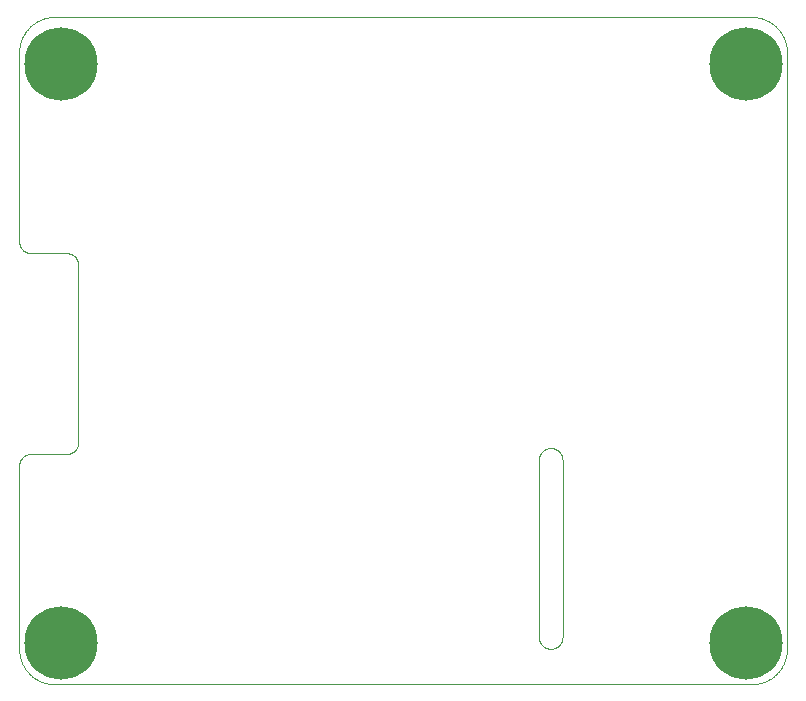
<source format=gts>
G04 This is an RS-274x file exported by *
G04 gerbv version 2.6A *
G04 More information is available about gerbv at *
G04 http://gerbv.geda-project.org/ *
G04 --End of header info--*
%MOIN*%
%FSLAX34Y34*%
%IPPOS*%
G04 --Define apertures--*
%ADD10C,0.0000*%
%ADD11C,0.1083*%
%ADD12C,0.2441*%
%ADD13C,0.1000*%
%ADD14R,0.0540X0.0540*%
%ADD15C,0.0540*%
%ADD16C,0.0768*%
%ADD17C,0.0885*%
%ADD18C,0.0740*%
%AMMACRO19*
5,1,8,0.000000,0.000000,0.051955,22.500000*
%
%ADD19MACRO19*%
%ADD20C,0.0984*%
%ADD21C,0.0650*%
%ADD22C,0.0669*%
%AMMACRO23*
5,1,8,0.000000,0.000000,0.068191,22.500000*
%
%ADD23MACRO23*%
%ADD24C,0.0532*%
%ADD25C,0.0760*%
%AMMACRO26*
5,1,8,0.000000,0.000000,0.071438,22.500000*
%
%ADD26MACRO26*%
G04 --Start main section--*
G54D10*
G01X0003391Y0001481D02*
G01X0003391Y0007584D01*
G01X0003391Y0007584D02*
G01X0003391Y0007596D01*
G01X0003391Y0007596D02*
G01X0003391Y0007608D01*
G01X0003391Y0007608D02*
G01X0003392Y0007621D01*
G01X0003392Y0007621D02*
G01X0003394Y0007633D01*
G01X0003394Y0007633D02*
G01X0003395Y0007645D01*
G01X0003395Y0007645D02*
G01X0003398Y0007657D01*
G01X0003398Y0007657D02*
G01X0003400Y0007669D01*
G01X0003400Y0007669D02*
G01X0003403Y0007681D01*
G01X0003403Y0007681D02*
G01X0003406Y0007693D01*
G01X0003406Y0007693D02*
G01X0003410Y0007705D01*
G01X0003410Y0007705D02*
G01X0003414Y0007717D01*
G01X0003414Y0007717D02*
G01X0003418Y0007728D01*
G01X0003418Y0007728D02*
G01X0003423Y0007740D01*
G01X0003423Y0007740D02*
G01X0003428Y0007751D01*
G01X0003428Y0007751D02*
G01X0003433Y0007762D01*
G01X0003433Y0007762D02*
G01X0003439Y0007773D01*
G01X0003439Y0007773D02*
G01X0003445Y0007784D01*
G01X0003445Y0007784D02*
G01X0003452Y0007795D01*
G01X0003452Y0007795D02*
G01X0003459Y0007805D01*
G01X0003459Y0007805D02*
G01X0003466Y0007815D01*
G01X0003466Y0007815D02*
G01X0003473Y0007825D01*
G01X0003473Y0007825D02*
G01X0003481Y0007835D01*
G01X0003481Y0007835D02*
G01X0003489Y0007844D01*
G01X0003489Y0007844D02*
G01X0003497Y0007853D01*
G01X0003497Y0007853D02*
G01X0003506Y0007862D01*
G01X0003506Y0007862D02*
G01X0003515Y0007871D01*
G01X0003515Y0007871D02*
G01X0003524Y0007879D01*
G01X0003524Y0007879D02*
G01X0003533Y0007887D01*
G01X0003533Y0007887D02*
G01X0003543Y0007895D01*
G01X0003543Y0007895D02*
G01X0003553Y0007902D01*
G01X0003553Y0007902D02*
G01X0003563Y0007909D01*
G01X0003563Y0007909D02*
G01X0003573Y0007916D01*
G01X0003573Y0007916D02*
G01X0003584Y0007922D01*
G01X0003584Y0007922D02*
G01X0003595Y0007929D01*
G01X0003595Y0007929D02*
G01X0003606Y0007934D01*
G01X0003606Y0007934D02*
G01X0003617Y0007940D01*
G01X0003617Y0007940D02*
G01X0003628Y0007945D01*
G01X0003628Y0007945D02*
G01X0003639Y0007950D01*
G01X0003639Y0007950D02*
G01X0003651Y0007954D01*
G01X0003651Y0007954D02*
G01X0003663Y0007958D01*
G01X0003663Y0007958D02*
G01X0003674Y0007962D01*
G01X0003674Y0007962D02*
G01X0003686Y0007965D01*
G01X0003686Y0007965D02*
G01X0003698Y0007968D01*
G01X0003698Y0007968D02*
G01X0003710Y0007970D01*
G01X0003710Y0007970D02*
G01X0003723Y0007972D01*
G01X0003723Y0007972D02*
G01X0003735Y0007974D01*
G01X0003735Y0007974D02*
G01X0003747Y0007976D01*
G01X0003747Y0007976D02*
G01X0003760Y0007976D01*
G01X0003760Y0007976D02*
G01X0003772Y0007977D01*
G01X0003772Y0007977D02*
G01X0003784Y0007977D01*
G01X0003784Y0007977D02*
G01X0004965Y0007977D01*
G01X0004965Y0007977D02*
G01X0004978Y0007977D01*
G01X0004978Y0007977D02*
G01X0004990Y0007978D01*
G01X0004990Y0007978D02*
G01X0005002Y0007979D01*
G01X0005002Y0007979D02*
G01X0005015Y0007980D01*
G01X0005015Y0007980D02*
G01X0005027Y0007982D01*
G01X0005027Y0007982D02*
G01X0005039Y0007984D01*
G01X0005039Y0007984D02*
G01X0005051Y0007987D01*
G01X0005051Y0007987D02*
G01X0005063Y0007990D01*
G01X0005063Y0007990D02*
G01X0005075Y0007993D01*
G01X0005075Y0007993D02*
G01X0005087Y0007997D01*
G01X0005087Y0007997D02*
G01X0005099Y0008001D01*
G01X0005099Y0008001D02*
G01X0005110Y0008005D01*
G01X0005110Y0008005D02*
G01X0005122Y0008010D01*
G01X0005122Y0008010D02*
G01X0005133Y0008015D01*
G01X0005133Y0008015D02*
G01X0005144Y0008020D01*
G01X0005144Y0008020D02*
G01X0005155Y0008026D01*
G01X0005155Y0008026D02*
G01X0005166Y0008032D01*
G01X0005166Y0008032D02*
G01X0005176Y0008038D01*
G01X0005176Y0008038D02*
G01X0005187Y0008045D01*
G01X0005187Y0008045D02*
G01X0005197Y0008052D01*
G01X0005197Y0008052D02*
G01X0005207Y0008060D01*
G01X0005207Y0008060D02*
G01X0005216Y0008068D01*
G01X0005216Y0008068D02*
G01X0005226Y0008076D01*
G01X0005226Y0008076D02*
G01X0005235Y0008084D01*
G01X0005235Y0008084D02*
G01X0005244Y0008093D01*
G01X0005244Y0008093D02*
G01X0005252Y0008101D01*
G01X0005252Y0008101D02*
G01X0005261Y0008111D01*
G01X0005261Y0008111D02*
G01X0005269Y0008120D01*
G01X0005269Y0008120D02*
G01X0005276Y0008130D01*
G01X0005276Y0008130D02*
G01X0005284Y0008139D01*
G01X0005284Y0008139D02*
G01X0005291Y0008150D01*
G01X0005291Y0008150D02*
G01X0005298Y0008160D01*
G01X0005298Y0008160D02*
G01X0005304Y0008171D01*
G01X0005304Y0008171D02*
G01X0005310Y0008181D01*
G01X0005310Y0008181D02*
G01X0005316Y0008192D01*
G01X0005316Y0008192D02*
G01X0005322Y0008203D01*
G01X0005322Y0008203D02*
G01X0005327Y0008215D01*
G01X0005327Y0008215D02*
G01X0005331Y0008226D01*
G01X0005331Y0008226D02*
G01X0005336Y0008238D01*
G01X0005336Y0008238D02*
G01X0005340Y0008249D01*
G01X0005340Y0008249D02*
G01X0005343Y0008261D01*
G01X0005343Y0008261D02*
G01X0005347Y0008273D01*
G01X0005347Y0008273D02*
G01X0005350Y0008285D01*
G01X0005350Y0008285D02*
G01X0005352Y0008297D01*
G01X0005352Y0008297D02*
G01X0005354Y0008309D01*
G01X0005354Y0008309D02*
G01X0005356Y0008322D01*
G01X0005356Y0008322D02*
G01X0005357Y0008334D01*
G01X0005357Y0008334D02*
G01X0005358Y0008346D01*
G01X0005358Y0008346D02*
G01X0005359Y0008359D01*
G01X0005359Y0008359D02*
G01X0005359Y0008371D01*
G01X0005359Y0008371D02*
G01X0005359Y0014276D01*
G01X0005359Y0014276D02*
G01X0005359Y0014289D01*
G01X0005359Y0014289D02*
G01X0005358Y0014301D01*
G01X0005358Y0014301D02*
G01X0005357Y0014313D01*
G01X0005357Y0014313D02*
G01X0005356Y0014326D01*
G01X0005356Y0014326D02*
G01X0005354Y0014338D01*
G01X0005354Y0014338D02*
G01X0005352Y0014350D01*
G01X0005352Y0014350D02*
G01X0005350Y0014362D01*
G01X0005350Y0014362D02*
G01X0005347Y0014374D01*
G01X0005347Y0014374D02*
G01X0005343Y0014386D01*
G01X0005343Y0014386D02*
G01X0005340Y0014398D01*
G01X0005340Y0014398D02*
G01X0005336Y0014410D01*
G01X0005336Y0014410D02*
G01X0005331Y0014421D01*
G01X0005331Y0014421D02*
G01X0005327Y0014433D01*
G01X0005327Y0014433D02*
G01X0005322Y0014444D01*
G01X0005322Y0014444D02*
G01X0005316Y0014455D01*
G01X0005316Y0014455D02*
G01X0005310Y0014466D01*
G01X0005310Y0014466D02*
G01X0005304Y0014477D01*
G01X0005304Y0014477D02*
G01X0005298Y0014487D01*
G01X0005298Y0014487D02*
G01X0005291Y0014498D01*
G01X0005291Y0014498D02*
G01X0005284Y0014508D01*
G01X0005284Y0014508D02*
G01X0005276Y0014518D01*
G01X0005276Y0014518D02*
G01X0005269Y0014527D01*
G01X0005269Y0014527D02*
G01X0005261Y0014537D01*
G01X0005261Y0014537D02*
G01X0005252Y0014546D01*
G01X0005252Y0014546D02*
G01X0005244Y0014555D01*
G01X0005244Y0014555D02*
G01X0005235Y0014563D01*
G01X0005235Y0014563D02*
G01X0005226Y0014572D01*
G01X0005226Y0014572D02*
G01X0005216Y0014580D01*
G01X0005216Y0014580D02*
G01X0005207Y0014588D01*
G01X0005207Y0014588D02*
G01X0005197Y0014595D01*
G01X0005197Y0014595D02*
G01X0005187Y0014602D01*
G01X0005187Y0014602D02*
G01X0005176Y0014609D01*
G01X0005176Y0014609D02*
G01X0005166Y0014615D01*
G01X0005166Y0014615D02*
G01X0005155Y0014621D01*
G01X0005155Y0014621D02*
G01X0005144Y0014627D01*
G01X0005144Y0014627D02*
G01X0005133Y0014633D01*
G01X0005133Y0014633D02*
G01X0005122Y0014638D01*
G01X0005122Y0014638D02*
G01X0005110Y0014643D01*
G01X0005110Y0014643D02*
G01X0005099Y0014647D01*
G01X0005099Y0014647D02*
G01X0005087Y0014651D01*
G01X0005087Y0014651D02*
G01X0005075Y0014655D01*
G01X0005075Y0014655D02*
G01X0005063Y0014658D01*
G01X0005063Y0014658D02*
G01X0005051Y0014661D01*
G01X0005051Y0014661D02*
G01X0005039Y0014663D01*
G01X0005039Y0014663D02*
G01X0005027Y0014665D01*
G01X0005027Y0014665D02*
G01X0005015Y0014667D01*
G01X0005015Y0014667D02*
G01X0005002Y0014668D01*
G01X0005002Y0014668D02*
G01X0004990Y0014669D01*
G01X0004990Y0014669D02*
G01X0004978Y0014670D01*
G01X0004978Y0014670D02*
G01X0004965Y0014670D01*
G01X0004965Y0014670D02*
G01X0003784Y0014670D01*
G01X0003784Y0014670D02*
G01X0003772Y0014670D01*
G01X0003772Y0014670D02*
G01X0003760Y0014671D01*
G01X0003760Y0014671D02*
G01X0003747Y0014672D01*
G01X0003747Y0014672D02*
G01X0003735Y0014673D01*
G01X0003735Y0014673D02*
G01X0003723Y0014675D01*
G01X0003723Y0014675D02*
G01X0003710Y0014677D01*
G01X0003710Y0014677D02*
G01X0003698Y0014680D01*
G01X0003698Y0014680D02*
G01X0003686Y0014683D01*
G01X0003686Y0014683D02*
G01X0003674Y0014686D01*
G01X0003674Y0014686D02*
G01X0003663Y0014689D01*
G01X0003663Y0014689D02*
G01X0003651Y0014693D01*
G01X0003651Y0014693D02*
G01X0003639Y0014698D01*
G01X0003639Y0014698D02*
G01X0003628Y0014703D01*
G01X0003628Y0014703D02*
G01X0003617Y0014708D01*
G01X0003617Y0014708D02*
G01X0003606Y0014713D01*
G01X0003606Y0014713D02*
G01X0003595Y0014719D01*
G01X0003595Y0014719D02*
G01X0003584Y0014725D01*
G01X0003584Y0014725D02*
G01X0003573Y0014731D01*
G01X0003573Y0014731D02*
G01X0003563Y0014738D01*
G01X0003563Y0014738D02*
G01X0003553Y0014745D01*
G01X0003553Y0014745D02*
G01X0003543Y0014753D01*
G01X0003543Y0014753D02*
G01X0003533Y0014760D01*
G01X0003533Y0014760D02*
G01X0003524Y0014769D01*
G01X0003524Y0014769D02*
G01X0003515Y0014777D01*
G01X0003515Y0014777D02*
G01X0003506Y0014785D01*
G01X0003506Y0014785D02*
G01X0003497Y0014794D01*
G01X0003497Y0014794D02*
G01X0003489Y0014803D01*
G01X0003489Y0014803D02*
G01X0003481Y0014813D01*
G01X0003481Y0014813D02*
G01X0003473Y0014823D01*
G01X0003473Y0014823D02*
G01X0003466Y0014832D01*
G01X0003466Y0014832D02*
G01X0003459Y0014843D01*
G01X0003459Y0014843D02*
G01X0003452Y0014853D01*
G01X0003452Y0014853D02*
G01X0003445Y0014863D01*
G01X0003445Y0014863D02*
G01X0003439Y0014874D01*
G01X0003439Y0014874D02*
G01X0003433Y0014885D01*
G01X0003433Y0014885D02*
G01X0003428Y0014896D01*
G01X0003428Y0014896D02*
G01X0003423Y0014907D01*
G01X0003423Y0014907D02*
G01X0003418Y0014919D01*
G01X0003418Y0014919D02*
G01X0003414Y0014930D01*
G01X0003414Y0014930D02*
G01X0003410Y0014942D01*
G01X0003410Y0014942D02*
G01X0003406Y0014954D01*
G01X0003406Y0014954D02*
G01X0003403Y0014966D01*
G01X0003403Y0014966D02*
G01X0003400Y0014978D01*
G01X0003400Y0014978D02*
G01X0003398Y0014990D01*
G01X0003398Y0014990D02*
G01X0003395Y0015002D01*
G01X0003395Y0015002D02*
G01X0003394Y0015015D01*
G01X0003394Y0015015D02*
G01X0003392Y0015027D01*
G01X0003392Y0015027D02*
G01X0003391Y0015039D01*
G01X0003391Y0015039D02*
G01X0003391Y0015051D01*
G01X0003391Y0015051D02*
G01X0003391Y0015064D01*
G01X0003391Y0015064D02*
G01X0003391Y0021363D01*
G01X0003391Y0021363D02*
G01X0003391Y0021392D01*
G01X0003391Y0021392D02*
G01X0003392Y0021420D01*
G01X0003392Y0021420D02*
G01X0003394Y0021449D01*
G01X0003394Y0021449D02*
G01X0003396Y0021477D01*
G01X0003396Y0021477D02*
G01X0003399Y0021505D01*
G01X0003399Y0021505D02*
G01X0003403Y0021534D01*
G01X0003403Y0021534D02*
G01X0003407Y0021562D01*
G01X0003407Y0021562D02*
G01X0003413Y0021590D01*
G01X0003413Y0021590D02*
G01X0003418Y0021618D01*
G01X0003418Y0021618D02*
G01X0003425Y0021646D01*
G01X0003425Y0021646D02*
G01X0003432Y0021673D01*
G01X0003432Y0021673D02*
G01X0003440Y0021701D01*
G01X0003440Y0021701D02*
G01X0003448Y0021728D01*
G01X0003448Y0021728D02*
G01X0003458Y0021755D01*
G01X0003458Y0021755D02*
G01X0003467Y0021782D01*
G01X0003467Y0021782D02*
G01X0003478Y0021808D01*
G01X0003478Y0021808D02*
G01X0003489Y0021835D01*
G01X0003489Y0021835D02*
G01X0003500Y0021861D01*
G01X0003500Y0021861D02*
G01X0003513Y0021887D01*
G01X0003513Y0021887D02*
G01X0003526Y0021912D01*
G01X0003526Y0021912D02*
G01X0003539Y0021937D01*
G01X0003539Y0021937D02*
G01X0003554Y0021962D01*
G01X0003554Y0021962D02*
G01X0003568Y0021986D01*
G01X0003568Y0021986D02*
G01X0003584Y0022010D01*
G01X0003584Y0022010D02*
G01X0003600Y0022034D01*
G01X0003600Y0022034D02*
G01X0003616Y0022057D01*
G01X0003616Y0022057D02*
G01X0003633Y0022080D01*
G01X0003633Y0022080D02*
G01X0003651Y0022103D01*
G01X0003651Y0022103D02*
G01X0003669Y0022125D01*
G01X0003669Y0022125D02*
G01X0003688Y0022146D01*
G01X0003688Y0022146D02*
G01X0003707Y0022167D01*
G01X0003707Y0022167D02*
G01X0003726Y0022188D01*
G01X0003726Y0022188D02*
G01X0003747Y0022208D01*
G01X0003747Y0022208D02*
G01X0003767Y0022228D01*
G01X0003767Y0022228D02*
G01X0003788Y0022247D01*
G01X0003788Y0022247D02*
G01X0003810Y0022266D01*
G01X0003810Y0022266D02*
G01X0003832Y0022284D01*
G01X0003832Y0022284D02*
G01X0003855Y0022302D01*
G01X0003855Y0022302D02*
G01X0003877Y0022319D01*
G01X0003877Y0022319D02*
G01X0003901Y0022335D01*
G01X0003901Y0022335D02*
G01X0003924Y0022351D01*
G01X0003924Y0022351D02*
G01X0003948Y0022366D01*
G01X0003948Y0022366D02*
G01X0003973Y0022381D01*
G01X0003973Y0022381D02*
G01X0003998Y0022395D01*
G01X0003998Y0022395D02*
G01X0004023Y0022409D01*
G01X0004023Y0022409D02*
G01X0004048Y0022422D01*
G01X0004048Y0022422D02*
G01X0004074Y0022434D01*
G01X0004074Y0022434D02*
G01X0004100Y0022446D01*
G01X0004100Y0022446D02*
G01X0004126Y0022457D01*
G01X0004126Y0022457D02*
G01X0004153Y0022467D01*
G01X0004153Y0022467D02*
G01X0004180Y0022477D01*
G01X0004180Y0022477D02*
G01X0004207Y0022486D01*
G01X0004207Y0022486D02*
G01X0004234Y0022495D01*
G01X0004234Y0022495D02*
G01X0004261Y0022503D01*
G01X0004261Y0022503D02*
G01X0004289Y0022510D01*
G01X0004289Y0022510D02*
G01X0004317Y0022516D01*
G01X0004317Y0022516D02*
G01X0004345Y0022522D01*
G01X0004345Y0022522D02*
G01X0004373Y0022527D01*
G01X0004373Y0022527D02*
G01X0004401Y0022532D01*
G01X0004401Y0022532D02*
G01X0004429Y0022536D01*
G01X0004429Y0022536D02*
G01X0004458Y0022539D01*
G01X0004458Y0022539D02*
G01X0004486Y0022541D01*
G01X0004486Y0022541D02*
G01X0004515Y0022543D01*
G01X0004515Y0022543D02*
G01X0004543Y0022544D01*
G01X0004543Y0022544D02*
G01X0004572Y0022544D01*
G01X0004572Y0022544D02*
G01X0027800Y0022544D01*
G01X0027800Y0022544D02*
G01X0027829Y0022544D01*
G01X0027829Y0022544D02*
G01X0027857Y0022543D01*
G01X0027857Y0022543D02*
G01X0027886Y0022541D01*
G01X0027886Y0022541D02*
G01X0027914Y0022539D01*
G01X0027914Y0022539D02*
G01X0027942Y0022536D01*
G01X0027942Y0022536D02*
G01X0027971Y0022532D01*
G01X0027971Y0022532D02*
G01X0027999Y0022527D01*
G01X0027999Y0022527D02*
G01X0028027Y0022522D01*
G01X0028027Y0022522D02*
G01X0028055Y0022516D01*
G01X0028055Y0022516D02*
G01X0028083Y0022510D01*
G01X0028083Y0022510D02*
G01X0028110Y0022503D01*
G01X0028110Y0022503D02*
G01X0028138Y0022495D01*
G01X0028138Y0022495D02*
G01X0028165Y0022486D01*
G01X0028165Y0022486D02*
G01X0028192Y0022477D01*
G01X0028192Y0022477D02*
G01X0028219Y0022467D01*
G01X0028219Y0022467D02*
G01X0028245Y0022457D01*
G01X0028245Y0022457D02*
G01X0028272Y0022446D01*
G01X0028272Y0022446D02*
G01X0028298Y0022434D01*
G01X0028298Y0022434D02*
G01X0028324Y0022422D01*
G01X0028324Y0022422D02*
G01X0028349Y0022409D01*
G01X0028349Y0022409D02*
G01X0028374Y0022395D01*
G01X0028374Y0022395D02*
G01X0028399Y0022381D01*
G01X0028399Y0022381D02*
G01X0028423Y0022366D01*
G01X0028423Y0022366D02*
G01X0028447Y0022351D01*
G01X0028447Y0022351D02*
G01X0028471Y0022335D01*
G01X0028471Y0022335D02*
G01X0028494Y0022319D01*
G01X0028494Y0022319D02*
G01X0028517Y0022302D01*
G01X0028517Y0022302D02*
G01X0028540Y0022284D01*
G01X0028540Y0022284D02*
G01X0028562Y0022266D01*
G01X0028562Y0022266D02*
G01X0028583Y0022247D01*
G01X0028583Y0022247D02*
G01X0028604Y0022228D01*
G01X0028604Y0022228D02*
G01X0028625Y0022208D01*
G01X0028625Y0022208D02*
G01X0028645Y0022188D01*
G01X0028645Y0022188D02*
G01X0028665Y0022167D01*
G01X0028665Y0022167D02*
G01X0028684Y0022146D01*
G01X0028684Y0022146D02*
G01X0028703Y0022125D01*
G01X0028703Y0022125D02*
G01X0028721Y0022103D01*
G01X0028721Y0022103D02*
G01X0028739Y0022080D01*
G01X0028739Y0022080D02*
G01X0028756Y0022057D01*
G01X0028756Y0022057D02*
G01X0028772Y0022034D01*
G01X0028772Y0022034D02*
G01X0028788Y0022010D01*
G01X0028788Y0022010D02*
G01X0028803Y0021986D01*
G01X0028803Y0021986D02*
G01X0028818Y0021962D01*
G01X0028818Y0021962D02*
G01X0028832Y0021937D01*
G01X0028832Y0021937D02*
G01X0028846Y0021912D01*
G01X0028846Y0021912D02*
G01X0028859Y0021887D01*
G01X0028859Y0021887D02*
G01X0028871Y0021861D01*
G01X0028871Y0021861D02*
G01X0028883Y0021835D01*
G01X0028883Y0021835D02*
G01X0028894Y0021808D01*
G01X0028894Y0021808D02*
G01X0028904Y0021782D01*
G01X0028904Y0021782D02*
G01X0028914Y0021755D01*
G01X0028914Y0021755D02*
G01X0028923Y0021728D01*
G01X0028923Y0021728D02*
G01X0028932Y0021701D01*
G01X0028932Y0021701D02*
G01X0028940Y0021673D01*
G01X0028940Y0021673D02*
G01X0028947Y0021646D01*
G01X0028947Y0021646D02*
G01X0028953Y0021618D01*
G01X0028953Y0021618D02*
G01X0028959Y0021590D01*
G01X0028959Y0021590D02*
G01X0028964Y0021562D01*
G01X0028964Y0021562D02*
G01X0028969Y0021534D01*
G01X0028969Y0021534D02*
G01X0028973Y0021505D01*
G01X0028973Y0021505D02*
G01X0028976Y0021477D01*
G01X0028976Y0021477D02*
G01X0028978Y0021449D01*
G01X0028978Y0021449D02*
G01X0028980Y0021420D01*
G01X0028980Y0021420D02*
G01X0028981Y0021392D01*
G01X0028981Y0021392D02*
G01X0028981Y0021363D01*
G01X0028981Y0021363D02*
G01X0028981Y0001481D01*
G01X0028981Y0001481D02*
G01X0028981Y0001453D01*
G01X0028981Y0001453D02*
G01X0028980Y0001424D01*
G01X0028980Y0001424D02*
G01X0028978Y0001396D01*
G01X0028978Y0001396D02*
G01X0028976Y0001367D01*
G01X0028976Y0001367D02*
G01X0028973Y0001339D01*
G01X0028973Y0001339D02*
G01X0028969Y0001310D01*
G01X0028969Y0001310D02*
G01X0028964Y0001282D01*
G01X0028964Y0001282D02*
G01X0028959Y0001254D01*
G01X0028959Y0001254D02*
G01X0028953Y0001226D01*
G01X0028953Y0001226D02*
G01X0028947Y0001198D01*
G01X0028947Y0001198D02*
G01X0028940Y0001171D01*
G01X0028940Y0001171D02*
G01X0028932Y0001143D01*
G01X0028932Y0001143D02*
G01X0028923Y0001116D01*
G01X0028923Y0001116D02*
G01X0028914Y0001089D01*
G01X0028914Y0001089D02*
G01X0028904Y0001062D01*
G01X0028904Y0001062D02*
G01X0028894Y0001036D01*
G01X0028894Y0001036D02*
G01X0028883Y0001009D01*
G01X0028883Y0001009D02*
G01X0028871Y0000983D01*
G01X0028871Y0000983D02*
G01X0028859Y0000958D01*
G01X0028859Y0000958D02*
G01X0028846Y0000932D01*
G01X0028846Y0000932D02*
G01X0028832Y0000907D01*
G01X0028832Y0000907D02*
G01X0028818Y0000882D01*
G01X0028818Y0000882D02*
G01X0028803Y0000858D01*
G01X0028803Y0000858D02*
G01X0028788Y0000834D01*
G01X0028788Y0000834D02*
G01X0028772Y0000810D01*
G01X0028772Y0000810D02*
G01X0028756Y0000787D01*
G01X0028756Y0000787D02*
G01X0028739Y0000764D01*
G01X0028739Y0000764D02*
G01X0028721Y0000741D01*
G01X0028721Y0000741D02*
G01X0028703Y0000720D01*
G01X0028703Y0000720D02*
G01X0028684Y0000698D01*
G01X0028684Y0000698D02*
G01X0028665Y0000677D01*
G01X0028665Y0000677D02*
G01X0028645Y0000656D01*
G01X0028645Y0000656D02*
G01X0028625Y0000636D01*
G01X0028625Y0000636D02*
G01X0028604Y0000616D01*
G01X0028604Y0000616D02*
G01X0028583Y0000597D01*
G01X0028583Y0000597D02*
G01X0028562Y0000578D01*
G01X0028562Y0000578D02*
G01X0028540Y0000560D01*
G01X0028540Y0000560D02*
G01X0028517Y0000543D01*
G01X0028517Y0000543D02*
G01X0028494Y0000526D01*
G01X0028494Y0000526D02*
G01X0028471Y0000509D01*
G01X0028471Y0000509D02*
G01X0028447Y0000493D01*
G01X0028447Y0000493D02*
G01X0028423Y0000478D01*
G01X0028423Y0000478D02*
G01X0028399Y0000463D01*
G01X0028399Y0000463D02*
G01X0028374Y0000449D01*
G01X0028374Y0000449D02*
G01X0028349Y0000435D01*
G01X0028349Y0000435D02*
G01X0028324Y0000422D01*
G01X0028324Y0000422D02*
G01X0028298Y0000410D01*
G01X0028298Y0000410D02*
G01X0028272Y0000398D01*
G01X0028272Y0000398D02*
G01X0028245Y0000387D01*
G01X0028245Y0000387D02*
G01X0028219Y0000377D01*
G01X0028219Y0000377D02*
G01X0028192Y0000367D01*
G01X0028192Y0000367D02*
G01X0028165Y0000358D01*
G01X0028165Y0000358D02*
G01X0028138Y0000349D01*
G01X0028138Y0000349D02*
G01X0028110Y0000342D01*
G01X0028110Y0000342D02*
G01X0028083Y0000334D01*
G01X0028083Y0000334D02*
G01X0028055Y0000328D01*
G01X0028055Y0000328D02*
G01X0028027Y0000322D01*
G01X0028027Y0000322D02*
G01X0027999Y0000317D01*
G01X0027999Y0000317D02*
G01X0027971Y0000312D01*
G01X0027971Y0000312D02*
G01X0027942Y0000309D01*
G01X0027942Y0000309D02*
G01X0027914Y0000306D01*
G01X0027914Y0000306D02*
G01X0027886Y0000303D01*
G01X0027886Y0000303D02*
G01X0027857Y0000301D01*
G01X0027857Y0000301D02*
G01X0027829Y0000300D01*
G01X0027829Y0000300D02*
G01X0027800Y0000300D01*
G01X0027800Y0000300D02*
G01X0004572Y0000300D01*
G01X0004572Y0000300D02*
G01X0004543Y0000300D01*
G01X0004543Y0000300D02*
G01X0004515Y0000301D01*
G01X0004515Y0000301D02*
G01X0004486Y0000303D01*
G01X0004486Y0000303D02*
G01X0004458Y0000306D01*
G01X0004458Y0000306D02*
G01X0004429Y0000309D01*
G01X0004429Y0000309D02*
G01X0004401Y0000312D01*
G01X0004401Y0000312D02*
G01X0004373Y0000317D01*
G01X0004373Y0000317D02*
G01X0004345Y0000322D01*
G01X0004345Y0000322D02*
G01X0004317Y0000328D01*
G01X0004317Y0000328D02*
G01X0004289Y0000334D01*
G01X0004289Y0000334D02*
G01X0004261Y0000342D01*
G01X0004261Y0000342D02*
G01X0004234Y0000349D01*
G01X0004234Y0000349D02*
G01X0004207Y0000358D01*
G01X0004207Y0000358D02*
G01X0004180Y0000367D01*
G01X0004180Y0000367D02*
G01X0004153Y0000377D01*
G01X0004153Y0000377D02*
G01X0004126Y0000387D01*
G01X0004126Y0000387D02*
G01X0004100Y0000398D01*
G01X0004100Y0000398D02*
G01X0004074Y0000410D01*
G01X0004074Y0000410D02*
G01X0004048Y0000422D01*
G01X0004048Y0000422D02*
G01X0004023Y0000435D01*
G01X0004023Y0000435D02*
G01X0003998Y0000449D01*
G01X0003998Y0000449D02*
G01X0003973Y0000463D01*
G01X0003973Y0000463D02*
G01X0003948Y0000478D01*
G01X0003948Y0000478D02*
G01X0003924Y0000493D01*
G01X0003924Y0000493D02*
G01X0003901Y0000509D01*
G01X0003901Y0000509D02*
G01X0003877Y0000526D01*
G01X0003877Y0000526D02*
G01X0003855Y0000543D01*
G01X0003855Y0000543D02*
G01X0003832Y0000560D01*
G01X0003832Y0000560D02*
G01X0003810Y0000578D01*
G01X0003810Y0000578D02*
G01X0003788Y0000597D01*
G01X0003788Y0000597D02*
G01X0003767Y0000616D01*
G01X0003767Y0000616D02*
G01X0003747Y0000636D01*
G01X0003747Y0000636D02*
G01X0003726Y0000656D01*
G01X0003726Y0000656D02*
G01X0003707Y0000677D01*
G01X0003707Y0000677D02*
G01X0003688Y0000698D01*
G01X0003688Y0000698D02*
G01X0003669Y0000720D01*
G01X0003669Y0000720D02*
G01X0003651Y0000741D01*
G01X0003651Y0000741D02*
G01X0003633Y0000764D01*
G01X0003633Y0000764D02*
G01X0003616Y0000787D01*
G01X0003616Y0000787D02*
G01X0003600Y0000810D01*
G01X0003600Y0000810D02*
G01X0003584Y0000834D01*
G01X0003584Y0000834D02*
G01X0003568Y0000858D01*
G01X0003568Y0000858D02*
G01X0003554Y0000882D01*
G01X0003554Y0000882D02*
G01X0003539Y0000907D01*
G01X0003539Y0000907D02*
G01X0003526Y0000932D01*
G01X0003526Y0000932D02*
G01X0003513Y0000958D01*
G01X0003513Y0000958D02*
G01X0003500Y0000983D01*
G01X0003500Y0000983D02*
G01X0003489Y0001009D01*
G01X0003489Y0001009D02*
G01X0003478Y0001036D01*
G01X0003478Y0001036D02*
G01X0003467Y0001062D01*
G01X0003467Y0001062D02*
G01X0003458Y0001089D01*
G01X0003458Y0001089D02*
G01X0003448Y0001116D01*
G01X0003448Y0001116D02*
G01X0003440Y0001143D01*
G01X0003440Y0001143D02*
G01X0003432Y0001171D01*
G01X0003432Y0001171D02*
G01X0003425Y0001198D01*
G01X0003425Y0001198D02*
G01X0003418Y0001226D01*
G01X0003418Y0001226D02*
G01X0003413Y0001254D01*
G01X0003413Y0001254D02*
G01X0003407Y0001282D01*
G01X0003407Y0001282D02*
G01X0003403Y0001310D01*
G01X0003403Y0001310D02*
G01X0003399Y0001339D01*
G01X0003399Y0001339D02*
G01X0003396Y0001367D01*
G01X0003396Y0001367D02*
G01X0003394Y0001396D01*
G01X0003394Y0001396D02*
G01X0003392Y0001424D01*
G01X0003392Y0001424D02*
G01X0003391Y0001453D01*
G01X0003391Y0001453D02*
G01X0003391Y0001481D01*
G01X0004227Y0001678D02*
G01X0004227Y0001693D01*
G01X0004227Y0001693D02*
G01X0004228Y0001707D01*
G01X0004228Y0001707D02*
G01X0004229Y0001722D01*
G01X0004229Y0001722D02*
G01X0004230Y0001737D01*
G01X0004230Y0001737D02*
G01X0004232Y0001751D01*
G01X0004232Y0001751D02*
G01X0004234Y0001766D01*
G01X0004234Y0001766D02*
G01X0004237Y0001780D01*
G01X0004237Y0001780D02*
G01X0004240Y0001794D01*
G01X0004240Y0001794D02*
G01X0004243Y0001809D01*
G01X0004243Y0001809D02*
G01X0004247Y0001823D01*
G01X0004247Y0001823D02*
G01X0004251Y0001837D01*
G01X0004251Y0001837D02*
G01X0004256Y0001851D01*
G01X0004256Y0001851D02*
G01X0004260Y0001865D01*
G01X0004260Y0001865D02*
G01X0004266Y0001878D01*
G01X0004266Y0001878D02*
G01X0004271Y0001892D01*
G01X0004271Y0001892D02*
G01X0004277Y0001905D01*
G01X0004277Y0001905D02*
G01X0004284Y0001919D01*
G01X0004284Y0001919D02*
G01X0004290Y0001931D01*
G01X0004290Y0001931D02*
G01X0004297Y0001944D01*
G01X0004297Y0001944D02*
G01X0004305Y0001957D01*
G01X0004305Y0001957D02*
G01X0004312Y0001969D01*
G01X0004312Y0001969D02*
G01X0004321Y0001982D01*
G01X0004321Y0001982D02*
G01X0004329Y0001994D01*
G01X0004329Y0001994D02*
G01X0004338Y0002006D01*
G01X0004338Y0002006D02*
G01X0004347Y0002017D01*
G01X0004347Y0002017D02*
G01X0004356Y0002028D01*
G01X0004356Y0002028D02*
G01X0004366Y0002040D01*
G01X0004366Y0002040D02*
G01X0004376Y0002050D01*
G01X0004376Y0002050D02*
G01X0004386Y0002061D01*
G01X0004386Y0002061D02*
G01X0004396Y0002071D01*
G01X0004396Y0002071D02*
G01X0004407Y0002081D01*
G01X0004407Y0002081D02*
G01X0004418Y0002091D01*
G01X0004418Y0002091D02*
G01X0004429Y0002100D01*
G01X0004429Y0002100D02*
G01X0004441Y0002109D01*
G01X0004441Y0002109D02*
G01X0004453Y0002118D01*
G01X0004453Y0002118D02*
G01X0004465Y0002126D01*
G01X0004465Y0002126D02*
G01X0004477Y0002134D01*
G01X0004477Y0002134D02*
G01X0004489Y0002142D01*
G01X0004489Y0002142D02*
G01X0004502Y0002149D01*
G01X0004502Y0002149D02*
G01X0004515Y0002156D01*
G01X0004515Y0002156D02*
G01X0004528Y0002163D01*
G01X0004528Y0002163D02*
G01X0004541Y0002169D01*
G01X0004541Y0002169D02*
G01X0004555Y0002175D01*
G01X0004555Y0002175D02*
G01X0004568Y0002181D01*
G01X0004568Y0002181D02*
G01X0004582Y0002186D01*
G01X0004582Y0002186D02*
G01X0004596Y0002191D01*
G01X0004596Y0002191D02*
G01X0004610Y0002196D01*
G01X0004610Y0002196D02*
G01X0004624Y0002200D01*
G01X0004624Y0002200D02*
G01X0004638Y0002203D01*
G01X0004638Y0002203D02*
G01X0004652Y0002207D01*
G01X0004652Y0002207D02*
G01X0004667Y0002210D01*
G01X0004667Y0002210D02*
G01X0004681Y0002212D01*
G01X0004681Y0002212D02*
G01X0004695Y0002214D01*
G01X0004695Y0002214D02*
G01X0004710Y0002216D01*
G01X0004710Y0002216D02*
G01X0004725Y0002218D01*
G01X0004725Y0002218D02*
G01X0004739Y0002219D01*
G01X0004739Y0002219D02*
G01X0004754Y0002219D01*
G01X0004754Y0002219D02*
G01X0004769Y0002219D01*
G01X0004769Y0002219D02*
G01X0004783Y0002219D01*
G01X0004783Y0002219D02*
G01X0004798Y0002219D01*
G01X0004798Y0002219D02*
G01X0004812Y0002218D01*
G01X0004812Y0002218D02*
G01X0004827Y0002216D01*
G01X0004827Y0002216D02*
G01X0004842Y0002214D01*
G01X0004842Y0002214D02*
G01X0004856Y0002212D01*
G01X0004856Y0002212D02*
G01X0004871Y0002210D01*
G01X0004871Y0002210D02*
G01X0004885Y0002207D01*
G01X0004885Y0002207D02*
G01X0004899Y0002203D01*
G01X0004899Y0002203D02*
G01X0004913Y0002200D01*
G01X0004913Y0002200D02*
G01X0004927Y0002196D01*
G01X0004927Y0002196D02*
G01X0004941Y0002191D01*
G01X0004941Y0002191D02*
G01X0004955Y0002186D01*
G01X0004955Y0002186D02*
G01X0004969Y0002181D01*
G01X0004969Y0002181D02*
G01X0004982Y0002175D01*
G01X0004982Y0002175D02*
G01X0004996Y0002169D01*
G01X0004996Y0002169D02*
G01X0005009Y0002163D01*
G01X0005009Y0002163D02*
G01X0005022Y0002156D01*
G01X0005022Y0002156D02*
G01X0005035Y0002149D01*
G01X0005035Y0002149D02*
G01X0005048Y0002142D01*
G01X0005048Y0002142D02*
G01X0005060Y0002134D01*
G01X0005060Y0002134D02*
G01X0005072Y0002126D01*
G01X0005072Y0002126D02*
G01X0005084Y0002118D01*
G01X0005084Y0002118D02*
G01X0005096Y0002109D01*
G01X0005096Y0002109D02*
G01X0005108Y0002100D01*
G01X0005108Y0002100D02*
G01X0005119Y0002091D01*
G01X0005119Y0002091D02*
G01X0005130Y0002081D01*
G01X0005130Y0002081D02*
G01X0005141Y0002071D01*
G01X0005141Y0002071D02*
G01X0005151Y0002061D01*
G01X0005151Y0002061D02*
G01X0005162Y0002050D01*
G01X0005162Y0002050D02*
G01X0005171Y0002040D01*
G01X0005171Y0002040D02*
G01X0005181Y0002028D01*
G01X0005181Y0002028D02*
G01X0005190Y0002017D01*
G01X0005190Y0002017D02*
G01X0005199Y0002006D01*
G01X0005199Y0002006D02*
G01X0005208Y0001994D01*
G01X0005208Y0001994D02*
G01X0005216Y0001982D01*
G01X0005216Y0001982D02*
G01X0005225Y0001969D01*
G01X0005225Y0001969D02*
G01X0005232Y0001957D01*
G01X0005232Y0001957D02*
G01X0005240Y0001944D01*
G01X0005240Y0001944D02*
G01X0005247Y0001931D01*
G01X0005247Y0001931D02*
G01X0005253Y0001919D01*
G01X0005253Y0001919D02*
G01X0005260Y0001905D01*
G01X0005260Y0001905D02*
G01X0005266Y0001892D01*
G01X0005266Y0001892D02*
G01X0005271Y0001878D01*
G01X0005271Y0001878D02*
G01X0005277Y0001865D01*
G01X0005277Y0001865D02*
G01X0005282Y0001851D01*
G01X0005282Y0001851D02*
G01X0005286Y0001837D01*
G01X0005286Y0001837D02*
G01X0005290Y0001823D01*
G01X0005290Y0001823D02*
G01X0005294Y0001809D01*
G01X0005294Y0001809D02*
G01X0005297Y0001794D01*
G01X0005297Y0001794D02*
G01X0005300Y0001780D01*
G01X0005300Y0001780D02*
G01X0005303Y0001766D01*
G01X0005303Y0001766D02*
G01X0005305Y0001751D01*
G01X0005305Y0001751D02*
G01X0005307Y0001737D01*
G01X0005307Y0001737D02*
G01X0005308Y0001722D01*
G01X0005308Y0001722D02*
G01X0005309Y0001707D01*
G01X0005309Y0001707D02*
G01X0005310Y0001693D01*
G01X0005310Y0001693D02*
G01X0005310Y0001678D01*
G01X0005310Y0001678D02*
G01X0005310Y0001663D01*
G01X0005310Y0001663D02*
G01X0005309Y0001649D01*
G01X0005309Y0001649D02*
G01X0005308Y0001634D01*
G01X0005308Y0001634D02*
G01X0005307Y0001620D01*
G01X0005307Y0001620D02*
G01X0005305Y0001605D01*
G01X0005305Y0001605D02*
G01X0005303Y0001590D01*
G01X0005303Y0001590D02*
G01X0005300Y0001576D01*
G01X0005300Y0001576D02*
G01X0005297Y0001562D01*
G01X0005297Y0001562D02*
G01X0005294Y0001547D01*
G01X0005294Y0001547D02*
G01X0005290Y0001533D01*
G01X0005290Y0001533D02*
G01X0005286Y0001519D01*
G01X0005286Y0001519D02*
G01X0005282Y0001505D01*
G01X0005282Y0001505D02*
G01X0005277Y0001491D01*
G01X0005277Y0001491D02*
G01X0005271Y0001478D01*
G01X0005271Y0001478D02*
G01X0005266Y0001464D01*
G01X0005266Y0001464D02*
G01X0005260Y0001451D01*
G01X0005260Y0001451D02*
G01X0005253Y0001438D01*
G01X0005253Y0001438D02*
G01X0005247Y0001425D01*
G01X0005247Y0001425D02*
G01X0005240Y0001412D01*
G01X0005240Y0001412D02*
G01X0005232Y0001399D01*
G01X0005232Y0001399D02*
G01X0005225Y0001387D01*
G01X0005225Y0001387D02*
G01X0005216Y0001374D01*
G01X0005216Y0001374D02*
G01X0005208Y0001362D01*
G01X0005208Y0001362D02*
G01X0005199Y0001350D01*
G01X0005199Y0001350D02*
G01X0005190Y0001339D01*
G01X0005190Y0001339D02*
G01X0005181Y0001328D01*
G01X0005181Y0001328D02*
G01X0005171Y0001317D01*
G01X0005171Y0001317D02*
G01X0005162Y0001306D01*
G01X0005162Y0001306D02*
G01X0005151Y0001295D01*
G01X0005151Y0001295D02*
G01X0005141Y0001285D01*
G01X0005141Y0001285D02*
G01X0005130Y0001275D01*
G01X0005130Y0001275D02*
G01X0005119Y0001265D01*
G01X0005119Y0001265D02*
G01X0005108Y0001256D01*
G01X0005108Y0001256D02*
G01X0005096Y0001247D01*
G01X0005096Y0001247D02*
G01X0005084Y0001238D01*
G01X0005084Y0001238D02*
G01X0005072Y0001230D01*
G01X0005072Y0001230D02*
G01X0005060Y0001222D01*
G01X0005060Y0001222D02*
G01X0005048Y0001214D01*
G01X0005048Y0001214D02*
G01X0005035Y0001207D01*
G01X0005035Y0001207D02*
G01X0005022Y0001200D01*
G01X0005022Y0001200D02*
G01X0005009Y0001193D01*
G01X0005009Y0001193D02*
G01X0004996Y0001187D01*
G01X0004996Y0001187D02*
G01X0004982Y0001181D01*
G01X0004982Y0001181D02*
G01X0004969Y0001175D01*
G01X0004969Y0001175D02*
G01X0004955Y0001170D01*
G01X0004955Y0001170D02*
G01X0004941Y0001165D01*
G01X0004941Y0001165D02*
G01X0004927Y0001161D01*
G01X0004927Y0001161D02*
G01X0004913Y0001156D01*
G01X0004913Y0001156D02*
G01X0004899Y0001153D01*
G01X0004899Y0001153D02*
G01X0004885Y0001149D01*
G01X0004885Y0001149D02*
G01X0004871Y0001146D01*
G01X0004871Y0001146D02*
G01X0004856Y0001144D01*
G01X0004856Y0001144D02*
G01X0004842Y0001142D01*
G01X0004842Y0001142D02*
G01X0004827Y0001140D01*
G01X0004827Y0001140D02*
G01X0004812Y0001139D01*
G01X0004812Y0001139D02*
G01X0004798Y0001138D01*
G01X0004798Y0001138D02*
G01X0004783Y0001137D01*
G01X0004783Y0001137D02*
G01X0004769Y0001137D01*
G01X0004769Y0001137D02*
G01X0004754Y0001137D01*
G01X0004754Y0001137D02*
G01X0004739Y0001138D01*
G01X0004739Y0001138D02*
G01X0004725Y0001139D01*
G01X0004725Y0001139D02*
G01X0004710Y0001140D01*
G01X0004710Y0001140D02*
G01X0004695Y0001142D01*
G01X0004695Y0001142D02*
G01X0004681Y0001144D01*
G01X0004681Y0001144D02*
G01X0004667Y0001146D01*
G01X0004667Y0001146D02*
G01X0004652Y0001149D01*
G01X0004652Y0001149D02*
G01X0004638Y0001153D01*
G01X0004638Y0001153D02*
G01X0004624Y0001156D01*
G01X0004624Y0001156D02*
G01X0004610Y0001161D01*
G01X0004610Y0001161D02*
G01X0004596Y0001165D01*
G01X0004596Y0001165D02*
G01X0004582Y0001170D01*
G01X0004582Y0001170D02*
G01X0004568Y0001175D01*
G01X0004568Y0001175D02*
G01X0004555Y0001181D01*
G01X0004555Y0001181D02*
G01X0004541Y0001187D01*
G01X0004541Y0001187D02*
G01X0004528Y0001193D01*
G01X0004528Y0001193D02*
G01X0004515Y0001200D01*
G01X0004515Y0001200D02*
G01X0004502Y0001207D01*
G01X0004502Y0001207D02*
G01X0004489Y0001214D01*
G01X0004489Y0001214D02*
G01X0004477Y0001222D01*
G01X0004477Y0001222D02*
G01X0004465Y0001230D01*
G01X0004465Y0001230D02*
G01X0004453Y0001238D01*
G01X0004453Y0001238D02*
G01X0004441Y0001247D01*
G01X0004441Y0001247D02*
G01X0004429Y0001256D01*
G01X0004429Y0001256D02*
G01X0004418Y0001265D01*
G01X0004418Y0001265D02*
G01X0004407Y0001275D01*
G01X0004407Y0001275D02*
G01X0004396Y0001285D01*
G01X0004396Y0001285D02*
G01X0004386Y0001295D01*
G01X0004386Y0001295D02*
G01X0004376Y0001306D01*
G01X0004376Y0001306D02*
G01X0004366Y0001317D01*
G01X0004366Y0001317D02*
G01X0004356Y0001328D01*
G01X0004356Y0001328D02*
G01X0004347Y0001339D01*
G01X0004347Y0001339D02*
G01X0004338Y0001350D01*
G01X0004338Y0001350D02*
G01X0004329Y0001362D01*
G01X0004329Y0001362D02*
G01X0004321Y0001374D01*
G01X0004321Y0001374D02*
G01X0004312Y0001387D01*
G01X0004312Y0001387D02*
G01X0004305Y0001399D01*
G01X0004305Y0001399D02*
G01X0004297Y0001412D01*
G01X0004297Y0001412D02*
G01X0004290Y0001425D01*
G01X0004290Y0001425D02*
G01X0004284Y0001438D01*
G01X0004284Y0001438D02*
G01X0004277Y0001451D01*
G01X0004277Y0001451D02*
G01X0004271Y0001464D01*
G01X0004271Y0001464D02*
G01X0004266Y0001478D01*
G01X0004266Y0001478D02*
G01X0004260Y0001491D01*
G01X0004260Y0001491D02*
G01X0004256Y0001505D01*
G01X0004256Y0001505D02*
G01X0004251Y0001519D01*
G01X0004251Y0001519D02*
G01X0004247Y0001533D01*
G01X0004247Y0001533D02*
G01X0004243Y0001547D01*
G01X0004243Y0001547D02*
G01X0004240Y0001562D01*
G01X0004240Y0001562D02*
G01X0004237Y0001576D01*
G01X0004237Y0001576D02*
G01X0004234Y0001590D01*
G01X0004234Y0001590D02*
G01X0004232Y0001605D01*
G01X0004232Y0001605D02*
G01X0004230Y0001620D01*
G01X0004230Y0001620D02*
G01X0004229Y0001634D01*
G01X0004229Y0001634D02*
G01X0004228Y0001649D01*
G01X0004228Y0001649D02*
G01X0004227Y0001663D01*
G01X0004227Y0001663D02*
G01X0004227Y0001678D01*
G01X0020713Y0001875D02*
G01X0020713Y0007780D01*
G01X0020713Y0007780D02*
G01X0020714Y0007793D01*
G01X0020714Y0007793D02*
G01X0020714Y0007805D01*
G01X0020714Y0007805D02*
G01X0020715Y0007817D01*
G01X0020715Y0007817D02*
G01X0020717Y0007830D01*
G01X0020717Y0007830D02*
G01X0020718Y0007842D01*
G01X0020718Y0007842D02*
G01X0020720Y0007854D01*
G01X0020720Y0007854D02*
G01X0020723Y0007866D01*
G01X0020723Y0007866D02*
G01X0020726Y0007878D01*
G01X0020726Y0007878D02*
G01X0020729Y0007890D01*
G01X0020729Y0007890D02*
G01X0020733Y0007902D01*
G01X0020733Y0007902D02*
G01X0020737Y0007914D01*
G01X0020737Y0007914D02*
G01X0020741Y0007925D01*
G01X0020741Y0007925D02*
G01X0020746Y0007937D01*
G01X0020746Y0007937D02*
G01X0020751Y0007948D01*
G01X0020751Y0007948D02*
G01X0020756Y0007959D01*
G01X0020756Y0007959D02*
G01X0020762Y0007970D01*
G01X0020762Y0007970D02*
G01X0020768Y0007981D01*
G01X0020768Y0007981D02*
G01X0020775Y0007991D01*
G01X0020775Y0007991D02*
G01X0020782Y0008002D01*
G01X0020782Y0008002D02*
G01X0020789Y0008012D01*
G01X0020789Y0008012D02*
G01X0020796Y0008022D01*
G01X0020796Y0008022D02*
G01X0020804Y0008031D01*
G01X0020804Y0008031D02*
G01X0020812Y0008041D01*
G01X0020812Y0008041D02*
G01X0020820Y0008050D01*
G01X0020820Y0008050D02*
G01X0020829Y0008059D01*
G01X0020829Y0008059D02*
G01X0020838Y0008067D01*
G01X0020838Y0008067D02*
G01X0020847Y0008076D01*
G01X0020847Y0008076D02*
G01X0020856Y0008084D01*
G01X0020856Y0008084D02*
G01X0020866Y0008091D01*
G01X0020866Y0008091D02*
G01X0020876Y0008099D01*
G01X0020876Y0008099D02*
G01X0020886Y0008106D01*
G01X0020886Y0008106D02*
G01X0020896Y0008113D01*
G01X0020896Y0008113D02*
G01X0020907Y0008119D01*
G01X0020907Y0008119D02*
G01X0020917Y0008125D01*
G01X0020917Y0008125D02*
G01X0020928Y0008131D01*
G01X0020928Y0008131D02*
G01X0020940Y0008137D01*
G01X0020940Y0008137D02*
G01X0020951Y0008142D01*
G01X0020951Y0008142D02*
G01X0020962Y0008146D01*
G01X0020962Y0008146D02*
G01X0020974Y0008151D01*
G01X0020974Y0008151D02*
G01X0020985Y0008155D01*
G01X0020985Y0008155D02*
G01X0020997Y0008158D01*
G01X0020997Y0008158D02*
G01X0021009Y0008162D01*
G01X0021009Y0008162D02*
G01X0021021Y0008165D01*
G01X0021021Y0008165D02*
G01X0021033Y0008167D01*
G01X0021033Y0008167D02*
G01X0021046Y0008169D01*
G01X0021046Y0008169D02*
G01X0021058Y0008171D01*
G01X0021058Y0008171D02*
G01X0021070Y0008172D01*
G01X0021070Y0008172D02*
G01X0021082Y0008173D01*
G01X0021082Y0008173D02*
G01X0021095Y0008174D01*
G01X0021095Y0008174D02*
G01X0021107Y0008174D01*
G01X0021107Y0008174D02*
G01X0021120Y0008174D01*
G01X0021120Y0008174D02*
G01X0021132Y0008173D01*
G01X0021132Y0008173D02*
G01X0021144Y0008172D01*
G01X0021144Y0008172D02*
G01X0021156Y0008171D01*
G01X0021156Y0008171D02*
G01X0021169Y0008169D01*
G01X0021169Y0008169D02*
G01X0021181Y0008167D01*
G01X0021181Y0008167D02*
G01X0021193Y0008165D01*
G01X0021193Y0008165D02*
G01X0021205Y0008162D01*
G01X0021205Y0008162D02*
G01X0021217Y0008158D01*
G01X0021217Y0008158D02*
G01X0021229Y0008155D01*
G01X0021229Y0008155D02*
G01X0021241Y0008151D01*
G01X0021241Y0008151D02*
G01X0021252Y0008146D01*
G01X0021252Y0008146D02*
G01X0021264Y0008142D01*
G01X0021264Y0008142D02*
G01X0021275Y0008137D01*
G01X0021275Y0008137D02*
G01X0021286Y0008131D01*
G01X0021286Y0008131D02*
G01X0021297Y0008125D01*
G01X0021297Y0008125D02*
G01X0021308Y0008119D01*
G01X0021308Y0008119D02*
G01X0021318Y0008113D01*
G01X0021318Y0008113D02*
G01X0021328Y0008106D01*
G01X0021328Y0008106D02*
G01X0021338Y0008099D01*
G01X0021338Y0008099D02*
G01X0021348Y0008091D01*
G01X0021348Y0008091D02*
G01X0021358Y0008084D01*
G01X0021358Y0008084D02*
G01X0021368Y0008076D01*
G01X0021368Y0008076D02*
G01X0021377Y0008067D01*
G01X0021377Y0008067D02*
G01X0021386Y0008059D01*
G01X0021386Y0008059D02*
G01X0021394Y0008050D01*
G01X0021394Y0008050D02*
G01X0021402Y0008041D01*
G01X0021402Y0008041D02*
G01X0021411Y0008031D01*
G01X0021411Y0008031D02*
G01X0021418Y0008022D01*
G01X0021418Y0008022D02*
G01X0021426Y0008012D01*
G01X0021426Y0008012D02*
G01X0021433Y0008002D01*
G01X0021433Y0008002D02*
G01X0021439Y0007991D01*
G01X0021439Y0007991D02*
G01X0021446Y0007981D01*
G01X0021446Y0007981D02*
G01X0021452Y0007970D01*
G01X0021452Y0007970D02*
G01X0021458Y0007959D01*
G01X0021458Y0007959D02*
G01X0021463Y0007948D01*
G01X0021463Y0007948D02*
G01X0021468Y0007937D01*
G01X0021468Y0007937D02*
G01X0021473Y0007925D01*
G01X0021473Y0007925D02*
G01X0021478Y0007914D01*
G01X0021478Y0007914D02*
G01X0021481Y0007902D01*
G01X0021481Y0007902D02*
G01X0021485Y0007890D01*
G01X0021485Y0007890D02*
G01X0021488Y0007878D01*
G01X0021488Y0007878D02*
G01X0021491Y0007866D01*
G01X0021491Y0007866D02*
G01X0021494Y0007854D01*
G01X0021494Y0007854D02*
G01X0021496Y0007842D01*
G01X0021496Y0007842D02*
G01X0021498Y0007830D01*
G01X0021498Y0007830D02*
G01X0021499Y0007817D01*
G01X0021499Y0007817D02*
G01X0021500Y0007805D01*
G01X0021500Y0007805D02*
G01X0021501Y0007793D01*
G01X0021501Y0007793D02*
G01X0021501Y0007780D01*
G01X0021501Y0007780D02*
G01X0021501Y0001875D01*
G01X0021107Y0001481D02*
G01X0021095Y0001481D01*
G01X0021095Y0001481D02*
G01X0021082Y0001482D01*
G01X0021082Y0001482D02*
G01X0021070Y0001483D01*
G01X0021070Y0001483D02*
G01X0021058Y0001484D01*
G01X0021058Y0001484D02*
G01X0021046Y0001486D01*
G01X0021046Y0001486D02*
G01X0021033Y0001488D01*
G01X0021033Y0001488D02*
G01X0021021Y0001491D01*
G01X0021021Y0001491D02*
G01X0021009Y0001494D01*
G01X0021009Y0001494D02*
G01X0020997Y0001497D01*
G01X0020997Y0001497D02*
G01X0020985Y0001500D01*
G01X0020985Y0001500D02*
G01X0020974Y0001504D01*
G01X0020974Y0001504D02*
G01X0020962Y0001509D01*
G01X0020962Y0001509D02*
G01X0020951Y0001514D01*
G01X0020951Y0001514D02*
G01X0020940Y0001519D01*
G01X0020940Y0001519D02*
G01X0020928Y0001524D01*
G01X0020928Y0001524D02*
G01X0020917Y0001530D01*
G01X0020917Y0001530D02*
G01X0020907Y0001536D01*
G01X0020907Y0001536D02*
G01X0020896Y0001542D01*
G01X0020896Y0001542D02*
G01X0020886Y0001549D01*
G01X0020886Y0001549D02*
G01X0020876Y0001556D01*
G01X0020876Y0001556D02*
G01X0020866Y0001564D01*
G01X0020866Y0001564D02*
G01X0020856Y0001571D01*
G01X0020856Y0001571D02*
G01X0020847Y0001580D01*
G01X0020847Y0001580D02*
G01X0020838Y0001588D01*
G01X0020838Y0001588D02*
G01X0020829Y0001596D01*
G01X0020829Y0001596D02*
G01X0020820Y0001605D01*
G01X0020820Y0001605D02*
G01X0020812Y0001614D01*
G01X0020812Y0001614D02*
G01X0020804Y0001624D01*
G01X0020804Y0001624D02*
G01X0020796Y0001634D01*
G01X0020796Y0001634D02*
G01X0020789Y0001643D01*
G01X0020789Y0001643D02*
G01X0020782Y0001654D01*
G01X0020782Y0001654D02*
G01X0020775Y0001664D01*
G01X0020775Y0001664D02*
G01X0020768Y0001674D01*
G01X0020768Y0001674D02*
G01X0020762Y0001685D01*
G01X0020762Y0001685D02*
G01X0020756Y0001696D01*
G01X0020756Y0001696D02*
G01X0020751Y0001707D01*
G01X0020751Y0001707D02*
G01X0020746Y0001718D01*
G01X0020746Y0001718D02*
G01X0020741Y0001730D01*
G01X0020741Y0001730D02*
G01X0020737Y0001741D01*
G01X0020737Y0001741D02*
G01X0020733Y0001753D01*
G01X0020733Y0001753D02*
G01X0020729Y0001765D01*
G01X0020729Y0001765D02*
G01X0020726Y0001777D01*
G01X0020726Y0001777D02*
G01X0020723Y0001789D01*
G01X0020723Y0001789D02*
G01X0020720Y0001801D01*
G01X0020720Y0001801D02*
G01X0020718Y0001813D01*
G01X0020718Y0001813D02*
G01X0020717Y0001826D01*
G01X0020717Y0001826D02*
G01X0020715Y0001838D01*
G01X0020715Y0001838D02*
G01X0020714Y0001850D01*
G01X0020714Y0001850D02*
G01X0020714Y0001862D01*
G01X0020714Y0001862D02*
G01X0020713Y0001875D01*
G01X0021107Y0001481D02*
G01X0021120Y0001481D01*
G01X0021120Y0001481D02*
G01X0021132Y0001482D01*
G01X0021132Y0001482D02*
G01X0021144Y0001483D01*
G01X0021144Y0001483D02*
G01X0021156Y0001484D01*
G01X0021156Y0001484D02*
G01X0021169Y0001486D01*
G01X0021169Y0001486D02*
G01X0021181Y0001488D01*
G01X0021181Y0001488D02*
G01X0021193Y0001491D01*
G01X0021193Y0001491D02*
G01X0021205Y0001494D01*
G01X0021205Y0001494D02*
G01X0021217Y0001497D01*
G01X0021217Y0001497D02*
G01X0021229Y0001500D01*
G01X0021229Y0001500D02*
G01X0021241Y0001504D01*
G01X0021241Y0001504D02*
G01X0021252Y0001509D01*
G01X0021252Y0001509D02*
G01X0021264Y0001514D01*
G01X0021264Y0001514D02*
G01X0021275Y0001519D01*
G01X0021275Y0001519D02*
G01X0021286Y0001524D01*
G01X0021286Y0001524D02*
G01X0021297Y0001530D01*
G01X0021297Y0001530D02*
G01X0021308Y0001536D01*
G01X0021308Y0001536D02*
G01X0021318Y0001542D01*
G01X0021318Y0001542D02*
G01X0021328Y0001549D01*
G01X0021328Y0001549D02*
G01X0021338Y0001556D01*
G01X0021338Y0001556D02*
G01X0021348Y0001564D01*
G01X0021348Y0001564D02*
G01X0021358Y0001571D01*
G01X0021358Y0001571D02*
G01X0021368Y0001580D01*
G01X0021368Y0001580D02*
G01X0021377Y0001588D01*
G01X0021377Y0001588D02*
G01X0021386Y0001596D01*
G01X0021386Y0001596D02*
G01X0021394Y0001605D01*
G01X0021394Y0001605D02*
G01X0021402Y0001614D01*
G01X0021402Y0001614D02*
G01X0021411Y0001624D01*
G01X0021411Y0001624D02*
G01X0021418Y0001634D01*
G01X0021418Y0001634D02*
G01X0021426Y0001643D01*
G01X0021426Y0001643D02*
G01X0021433Y0001654D01*
G01X0021433Y0001654D02*
G01X0021439Y0001664D01*
G01X0021439Y0001664D02*
G01X0021446Y0001674D01*
G01X0021446Y0001674D02*
G01X0021452Y0001685D01*
G01X0021452Y0001685D02*
G01X0021458Y0001696D01*
G01X0021458Y0001696D02*
G01X0021463Y0001707D01*
G01X0021463Y0001707D02*
G01X0021468Y0001718D01*
G01X0021468Y0001718D02*
G01X0021473Y0001730D01*
G01X0021473Y0001730D02*
G01X0021478Y0001741D01*
G01X0021478Y0001741D02*
G01X0021481Y0001753D01*
G01X0021481Y0001753D02*
G01X0021485Y0001765D01*
G01X0021485Y0001765D02*
G01X0021488Y0001777D01*
G01X0021488Y0001777D02*
G01X0021491Y0001789D01*
G01X0021491Y0001789D02*
G01X0021494Y0001801D01*
G01X0021494Y0001801D02*
G01X0021496Y0001813D01*
G01X0021496Y0001813D02*
G01X0021498Y0001826D01*
G01X0021498Y0001826D02*
G01X0021499Y0001838D01*
G01X0021499Y0001838D02*
G01X0021500Y0001850D01*
G01X0021500Y0001850D02*
G01X0021501Y0001862D01*
G01X0021501Y0001862D02*
G01X0021501Y0001875D01*
G01X0027062Y0001678D02*
G01X0027062Y0001693D01*
G01X0027062Y0001693D02*
G01X0027063Y0001707D01*
G01X0027063Y0001707D02*
G01X0027064Y0001722D01*
G01X0027064Y0001722D02*
G01X0027065Y0001737D01*
G01X0027065Y0001737D02*
G01X0027067Y0001751D01*
G01X0027067Y0001751D02*
G01X0027069Y0001766D01*
G01X0027069Y0001766D02*
G01X0027072Y0001780D01*
G01X0027072Y0001780D02*
G01X0027075Y0001794D01*
G01X0027075Y0001794D02*
G01X0027078Y0001809D01*
G01X0027078Y0001809D02*
G01X0027082Y0001823D01*
G01X0027082Y0001823D02*
G01X0027086Y0001837D01*
G01X0027086Y0001837D02*
G01X0027090Y0001851D01*
G01X0027090Y0001851D02*
G01X0027095Y0001865D01*
G01X0027095Y0001865D02*
G01X0027100Y0001878D01*
G01X0027100Y0001878D02*
G01X0027106Y0001892D01*
G01X0027106Y0001892D02*
G01X0027112Y0001905D01*
G01X0027112Y0001905D02*
G01X0027118Y0001919D01*
G01X0027118Y0001919D02*
G01X0027125Y0001931D01*
G01X0027125Y0001931D02*
G01X0027132Y0001944D01*
G01X0027132Y0001944D02*
G01X0027139Y0001957D01*
G01X0027139Y0001957D02*
G01X0027147Y0001969D01*
G01X0027147Y0001969D02*
G01X0027155Y0001982D01*
G01X0027155Y0001982D02*
G01X0027164Y0001994D01*
G01X0027164Y0001994D02*
G01X0027172Y0002006D01*
G01X0027172Y0002006D02*
G01X0027181Y0002017D01*
G01X0027181Y0002017D02*
G01X0027191Y0002028D01*
G01X0027191Y0002028D02*
G01X0027200Y0002040D01*
G01X0027200Y0002040D02*
G01X0027210Y0002050D01*
G01X0027210Y0002050D02*
G01X0027220Y0002061D01*
G01X0027220Y0002061D02*
G01X0027231Y0002071D01*
G01X0027231Y0002071D02*
G01X0027242Y0002081D01*
G01X0027242Y0002081D02*
G01X0027253Y0002091D01*
G01X0027253Y0002091D02*
G01X0027264Y0002100D01*
G01X0027264Y0002100D02*
G01X0027276Y0002109D01*
G01X0027276Y0002109D02*
G01X0027287Y0002118D01*
G01X0027287Y0002118D02*
G01X0027299Y0002126D01*
G01X0027299Y0002126D02*
G01X0027312Y0002134D01*
G01X0027312Y0002134D02*
G01X0027324Y0002142D01*
G01X0027324Y0002142D02*
G01X0027337Y0002149D01*
G01X0027337Y0002149D02*
G01X0027350Y0002156D01*
G01X0027350Y0002156D02*
G01X0027363Y0002163D01*
G01X0027363Y0002163D02*
G01X0027376Y0002169D01*
G01X0027376Y0002169D02*
G01X0027389Y0002175D01*
G01X0027389Y0002175D02*
G01X0027403Y0002181D01*
G01X0027403Y0002181D02*
G01X0027416Y0002186D01*
G01X0027416Y0002186D02*
G01X0027430Y0002191D01*
G01X0027430Y0002191D02*
G01X0027444Y0002196D01*
G01X0027444Y0002196D02*
G01X0027458Y0002200D01*
G01X0027458Y0002200D02*
G01X0027473Y0002203D01*
G01X0027473Y0002203D02*
G01X0027487Y0002207D01*
G01X0027487Y0002207D02*
G01X0027501Y0002210D01*
G01X0027501Y0002210D02*
G01X0027516Y0002212D01*
G01X0027516Y0002212D02*
G01X0027530Y0002214D01*
G01X0027530Y0002214D02*
G01X0027545Y0002216D01*
G01X0027545Y0002216D02*
G01X0027559Y0002218D01*
G01X0027559Y0002218D02*
G01X0027574Y0002219D01*
G01X0027574Y0002219D02*
G01X0027588Y0002219D01*
G01X0027588Y0002219D02*
G01X0027603Y0002219D01*
G01X0027603Y0002219D02*
G01X0027618Y0002219D01*
G01X0027618Y0002219D02*
G01X0027632Y0002219D01*
G01X0027632Y0002219D02*
G01X0027647Y0002218D01*
G01X0027647Y0002218D02*
G01X0027662Y0002216D01*
G01X0027662Y0002216D02*
G01X0027676Y0002214D01*
G01X0027676Y0002214D02*
G01X0027691Y0002212D01*
G01X0027691Y0002212D02*
G01X0027705Y0002210D01*
G01X0027705Y0002210D02*
G01X0027720Y0002207D01*
G01X0027720Y0002207D02*
G01X0027734Y0002203D01*
G01X0027734Y0002203D02*
G01X0027748Y0002200D01*
G01X0027748Y0002200D02*
G01X0027762Y0002196D01*
G01X0027762Y0002196D02*
G01X0027776Y0002191D01*
G01X0027776Y0002191D02*
G01X0027790Y0002186D01*
G01X0027790Y0002186D02*
G01X0027804Y0002181D01*
G01X0027804Y0002181D02*
G01X0027817Y0002175D01*
G01X0027817Y0002175D02*
G01X0027830Y0002169D01*
G01X0027830Y0002169D02*
G01X0027844Y0002163D01*
G01X0027844Y0002163D02*
G01X0027857Y0002156D01*
G01X0027857Y0002156D02*
G01X0027870Y0002149D01*
G01X0027870Y0002149D02*
G01X0027882Y0002142D01*
G01X0027882Y0002142D02*
G01X0027895Y0002134D01*
G01X0027895Y0002134D02*
G01X0027907Y0002126D01*
G01X0027907Y0002126D02*
G01X0027919Y0002118D01*
G01X0027919Y0002118D02*
G01X0027931Y0002109D01*
G01X0027931Y0002109D02*
G01X0027942Y0002100D01*
G01X0027942Y0002100D02*
G01X0027954Y0002091D01*
G01X0027954Y0002091D02*
G01X0027965Y0002081D01*
G01X0027965Y0002081D02*
G01X0027975Y0002071D01*
G01X0027975Y0002071D02*
G01X0027986Y0002061D01*
G01X0027986Y0002061D02*
G01X0027996Y0002050D01*
G01X0027996Y0002050D02*
G01X0028006Y0002040D01*
G01X0028006Y0002040D02*
G01X0028016Y0002028D01*
G01X0028016Y0002028D02*
G01X0028025Y0002017D01*
G01X0028025Y0002017D02*
G01X0028034Y0002006D01*
G01X0028034Y0002006D02*
G01X0028043Y0001994D01*
G01X0028043Y0001994D02*
G01X0028051Y0001982D01*
G01X0028051Y0001982D02*
G01X0028059Y0001969D01*
G01X0028059Y0001969D02*
G01X0028067Y0001957D01*
G01X0028067Y0001957D02*
G01X0028074Y0001944D01*
G01X0028074Y0001944D02*
G01X0028081Y0001931D01*
G01X0028081Y0001931D02*
G01X0028088Y0001919D01*
G01X0028088Y0001919D02*
G01X0028094Y0001905D01*
G01X0028094Y0001905D02*
G01X0028100Y0001892D01*
G01X0028100Y0001892D02*
G01X0028106Y0001878D01*
G01X0028106Y0001878D02*
G01X0028111Y0001865D01*
G01X0028111Y0001865D02*
G01X0028116Y0001851D01*
G01X0028116Y0001851D02*
G01X0028121Y0001837D01*
G01X0028121Y0001837D02*
G01X0028125Y0001823D01*
G01X0028125Y0001823D02*
G01X0028128Y0001809D01*
G01X0028128Y0001809D02*
G01X0028132Y0001794D01*
G01X0028132Y0001794D02*
G01X0028135Y0001780D01*
G01X0028135Y0001780D02*
G01X0028137Y0001766D01*
G01X0028137Y0001766D02*
G01X0028139Y0001751D01*
G01X0028139Y0001751D02*
G01X0028141Y0001737D01*
G01X0028141Y0001737D02*
G01X0028143Y0001722D01*
G01X0028143Y0001722D02*
G01X0028144Y0001707D01*
G01X0028144Y0001707D02*
G01X0028144Y0001693D01*
G01X0028144Y0001693D02*
G01X0028144Y0001678D01*
G01X0028144Y0001678D02*
G01X0028144Y0001663D01*
G01X0028144Y0001663D02*
G01X0028144Y0001649D01*
G01X0028144Y0001649D02*
G01X0028143Y0001634D01*
G01X0028143Y0001634D02*
G01X0028141Y0001620D01*
G01X0028141Y0001620D02*
G01X0028139Y0001605D01*
G01X0028139Y0001605D02*
G01X0028137Y0001590D01*
G01X0028137Y0001590D02*
G01X0028135Y0001576D01*
G01X0028135Y0001576D02*
G01X0028132Y0001562D01*
G01X0028132Y0001562D02*
G01X0028128Y0001547D01*
G01X0028128Y0001547D02*
G01X0028125Y0001533D01*
G01X0028125Y0001533D02*
G01X0028121Y0001519D01*
G01X0028121Y0001519D02*
G01X0028116Y0001505D01*
G01X0028116Y0001505D02*
G01X0028111Y0001491D01*
G01X0028111Y0001491D02*
G01X0028106Y0001478D01*
G01X0028106Y0001478D02*
G01X0028100Y0001464D01*
G01X0028100Y0001464D02*
G01X0028094Y0001451D01*
G01X0028094Y0001451D02*
G01X0028088Y0001438D01*
G01X0028088Y0001438D02*
G01X0028081Y0001425D01*
G01X0028081Y0001425D02*
G01X0028074Y0001412D01*
G01X0028074Y0001412D02*
G01X0028067Y0001399D01*
G01X0028067Y0001399D02*
G01X0028059Y0001387D01*
G01X0028059Y0001387D02*
G01X0028051Y0001374D01*
G01X0028051Y0001374D02*
G01X0028043Y0001362D01*
G01X0028043Y0001362D02*
G01X0028034Y0001350D01*
G01X0028034Y0001350D02*
G01X0028025Y0001339D01*
G01X0028025Y0001339D02*
G01X0028016Y0001328D01*
G01X0028016Y0001328D02*
G01X0028006Y0001317D01*
G01X0028006Y0001317D02*
G01X0027996Y0001306D01*
G01X0027996Y0001306D02*
G01X0027986Y0001295D01*
G01X0027986Y0001295D02*
G01X0027975Y0001285D01*
G01X0027975Y0001285D02*
G01X0027965Y0001275D01*
G01X0027965Y0001275D02*
G01X0027954Y0001265D01*
G01X0027954Y0001265D02*
G01X0027942Y0001256D01*
G01X0027942Y0001256D02*
G01X0027931Y0001247D01*
G01X0027931Y0001247D02*
G01X0027919Y0001238D01*
G01X0027919Y0001238D02*
G01X0027907Y0001230D01*
G01X0027907Y0001230D02*
G01X0027895Y0001222D01*
G01X0027895Y0001222D02*
G01X0027882Y0001214D01*
G01X0027882Y0001214D02*
G01X0027870Y0001207D01*
G01X0027870Y0001207D02*
G01X0027857Y0001200D01*
G01X0027857Y0001200D02*
G01X0027844Y0001193D01*
G01X0027844Y0001193D02*
G01X0027830Y0001187D01*
G01X0027830Y0001187D02*
G01X0027817Y0001181D01*
G01X0027817Y0001181D02*
G01X0027804Y0001175D01*
G01X0027804Y0001175D02*
G01X0027790Y0001170D01*
G01X0027790Y0001170D02*
G01X0027776Y0001165D01*
G01X0027776Y0001165D02*
G01X0027762Y0001161D01*
G01X0027762Y0001161D02*
G01X0027748Y0001156D01*
G01X0027748Y0001156D02*
G01X0027734Y0001153D01*
G01X0027734Y0001153D02*
G01X0027720Y0001149D01*
G01X0027720Y0001149D02*
G01X0027705Y0001146D01*
G01X0027705Y0001146D02*
G01X0027691Y0001144D01*
G01X0027691Y0001144D02*
G01X0027676Y0001142D01*
G01X0027676Y0001142D02*
G01X0027662Y0001140D01*
G01X0027662Y0001140D02*
G01X0027647Y0001139D01*
G01X0027647Y0001139D02*
G01X0027632Y0001138D01*
G01X0027632Y0001138D02*
G01X0027618Y0001137D01*
G01X0027618Y0001137D02*
G01X0027603Y0001137D01*
G01X0027603Y0001137D02*
G01X0027588Y0001137D01*
G01X0027588Y0001137D02*
G01X0027574Y0001138D01*
G01X0027574Y0001138D02*
G01X0027559Y0001139D01*
G01X0027559Y0001139D02*
G01X0027545Y0001140D01*
G01X0027545Y0001140D02*
G01X0027530Y0001142D01*
G01X0027530Y0001142D02*
G01X0027516Y0001144D01*
G01X0027516Y0001144D02*
G01X0027501Y0001146D01*
G01X0027501Y0001146D02*
G01X0027487Y0001149D01*
G01X0027487Y0001149D02*
G01X0027473Y0001153D01*
G01X0027473Y0001153D02*
G01X0027458Y0001156D01*
G01X0027458Y0001156D02*
G01X0027444Y0001161D01*
G01X0027444Y0001161D02*
G01X0027430Y0001165D01*
G01X0027430Y0001165D02*
G01X0027416Y0001170D01*
G01X0027416Y0001170D02*
G01X0027403Y0001175D01*
G01X0027403Y0001175D02*
G01X0027389Y0001181D01*
G01X0027389Y0001181D02*
G01X0027376Y0001187D01*
G01X0027376Y0001187D02*
G01X0027363Y0001193D01*
G01X0027363Y0001193D02*
G01X0027350Y0001200D01*
G01X0027350Y0001200D02*
G01X0027337Y0001207D01*
G01X0027337Y0001207D02*
G01X0027324Y0001214D01*
G01X0027324Y0001214D02*
G01X0027312Y0001222D01*
G01X0027312Y0001222D02*
G01X0027299Y0001230D01*
G01X0027299Y0001230D02*
G01X0027287Y0001238D01*
G01X0027287Y0001238D02*
G01X0027276Y0001247D01*
G01X0027276Y0001247D02*
G01X0027264Y0001256D01*
G01X0027264Y0001256D02*
G01X0027253Y0001265D01*
G01X0027253Y0001265D02*
G01X0027242Y0001275D01*
G01X0027242Y0001275D02*
G01X0027231Y0001285D01*
G01X0027231Y0001285D02*
G01X0027220Y0001295D01*
G01X0027220Y0001295D02*
G01X0027210Y0001306D01*
G01X0027210Y0001306D02*
G01X0027200Y0001317D01*
G01X0027200Y0001317D02*
G01X0027191Y0001328D01*
G01X0027191Y0001328D02*
G01X0027181Y0001339D01*
G01X0027181Y0001339D02*
G01X0027172Y0001350D01*
G01X0027172Y0001350D02*
G01X0027164Y0001362D01*
G01X0027164Y0001362D02*
G01X0027155Y0001374D01*
G01X0027155Y0001374D02*
G01X0027147Y0001387D01*
G01X0027147Y0001387D02*
G01X0027139Y0001399D01*
G01X0027139Y0001399D02*
G01X0027132Y0001412D01*
G01X0027132Y0001412D02*
G01X0027125Y0001425D01*
G01X0027125Y0001425D02*
G01X0027118Y0001438D01*
G01X0027118Y0001438D02*
G01X0027112Y0001451D01*
G01X0027112Y0001451D02*
G01X0027106Y0001464D01*
G01X0027106Y0001464D02*
G01X0027100Y0001478D01*
G01X0027100Y0001478D02*
G01X0027095Y0001491D01*
G01X0027095Y0001491D02*
G01X0027090Y0001505D01*
G01X0027090Y0001505D02*
G01X0027086Y0001519D01*
G01X0027086Y0001519D02*
G01X0027082Y0001533D01*
G01X0027082Y0001533D02*
G01X0027078Y0001547D01*
G01X0027078Y0001547D02*
G01X0027075Y0001562D01*
G01X0027075Y0001562D02*
G01X0027072Y0001576D01*
G01X0027072Y0001576D02*
G01X0027069Y0001590D01*
G01X0027069Y0001590D02*
G01X0027067Y0001605D01*
G01X0027067Y0001605D02*
G01X0027065Y0001620D01*
G01X0027065Y0001620D02*
G01X0027064Y0001634D01*
G01X0027064Y0001634D02*
G01X0027063Y0001649D01*
G01X0027063Y0001649D02*
G01X0027062Y0001663D01*
G01X0027062Y0001663D02*
G01X0027062Y0001678D01*
G01X0027062Y0020969D02*
G01X0027062Y0020984D01*
G01X0027062Y0020984D02*
G01X0027063Y0020999D01*
G01X0027063Y0020999D02*
G01X0027064Y0021013D01*
G01X0027064Y0021013D02*
G01X0027065Y0021028D01*
G01X0027065Y0021028D02*
G01X0027067Y0021042D01*
G01X0027067Y0021042D02*
G01X0027069Y0021057D01*
G01X0027069Y0021057D02*
G01X0027072Y0021071D01*
G01X0027072Y0021071D02*
G01X0027075Y0021086D01*
G01X0027075Y0021086D02*
G01X0027078Y0021100D01*
G01X0027078Y0021100D02*
G01X0027082Y0021114D01*
G01X0027082Y0021114D02*
G01X0027086Y0021128D01*
G01X0027086Y0021128D02*
G01X0027090Y0021142D01*
G01X0027090Y0021142D02*
G01X0027095Y0021156D01*
G01X0027095Y0021156D02*
G01X0027100Y0021170D01*
G01X0027100Y0021170D02*
G01X0027106Y0021183D01*
G01X0027106Y0021183D02*
G01X0027112Y0021197D01*
G01X0027112Y0021197D02*
G01X0027118Y0021210D01*
G01X0027118Y0021210D02*
G01X0027125Y0021223D01*
G01X0027125Y0021223D02*
G01X0027132Y0021236D01*
G01X0027132Y0021236D02*
G01X0027139Y0021248D01*
G01X0027139Y0021248D02*
G01X0027147Y0021261D01*
G01X0027147Y0021261D02*
G01X0027155Y0021273D01*
G01X0027155Y0021273D02*
G01X0027164Y0021285D01*
G01X0027164Y0021285D02*
G01X0027172Y0021297D01*
G01X0027172Y0021297D02*
G01X0027181Y0021308D01*
G01X0027181Y0021308D02*
G01X0027191Y0021320D01*
G01X0027191Y0021320D02*
G01X0027200Y0021331D01*
G01X0027200Y0021331D02*
G01X0027210Y0021342D01*
G01X0027210Y0021342D02*
G01X0027220Y0021352D01*
G01X0027220Y0021352D02*
G01X0027231Y0021362D01*
G01X0027231Y0021362D02*
G01X0027242Y0021372D01*
G01X0027242Y0021372D02*
G01X0027253Y0021382D01*
G01X0027253Y0021382D02*
G01X0027264Y0021391D01*
G01X0027264Y0021391D02*
G01X0027276Y0021400D01*
G01X0027276Y0021400D02*
G01X0027287Y0021409D01*
G01X0027287Y0021409D02*
G01X0027299Y0021417D01*
G01X0027299Y0021417D02*
G01X0027312Y0021425D01*
G01X0027312Y0021425D02*
G01X0027324Y0021433D01*
G01X0027324Y0021433D02*
G01X0027337Y0021441D01*
G01X0027337Y0021441D02*
G01X0027350Y0021448D01*
G01X0027350Y0021448D02*
G01X0027363Y0021454D01*
G01X0027363Y0021454D02*
G01X0027376Y0021461D01*
G01X0027376Y0021461D02*
G01X0027389Y0021467D01*
G01X0027389Y0021467D02*
G01X0027403Y0021472D01*
G01X0027403Y0021472D02*
G01X0027416Y0021477D01*
G01X0027416Y0021477D02*
G01X0027430Y0021482D01*
G01X0027430Y0021482D02*
G01X0027444Y0021487D01*
G01X0027444Y0021487D02*
G01X0027458Y0021491D01*
G01X0027458Y0021491D02*
G01X0027473Y0021495D01*
G01X0027473Y0021495D02*
G01X0027487Y0021498D01*
G01X0027487Y0021498D02*
G01X0027501Y0021501D01*
G01X0027501Y0021501D02*
G01X0027516Y0021504D01*
G01X0027516Y0021504D02*
G01X0027530Y0021506D01*
G01X0027530Y0021506D02*
G01X0027545Y0021507D01*
G01X0027545Y0021507D02*
G01X0027559Y0021509D01*
G01X0027559Y0021509D02*
G01X0027574Y0021510D01*
G01X0027574Y0021510D02*
G01X0027588Y0021510D01*
G01X0027588Y0021510D02*
G01X0027603Y0021511D01*
G01X0027603Y0021511D02*
G01X0027618Y0021510D01*
G01X0027618Y0021510D02*
G01X0027632Y0021510D01*
G01X0027632Y0021510D02*
G01X0027647Y0021509D01*
G01X0027647Y0021509D02*
G01X0027662Y0021507D01*
G01X0027662Y0021507D02*
G01X0027676Y0021506D01*
G01X0027676Y0021506D02*
G01X0027691Y0021504D01*
G01X0027691Y0021504D02*
G01X0027705Y0021501D01*
G01X0027705Y0021501D02*
G01X0027720Y0021498D01*
G01X0027720Y0021498D02*
G01X0027734Y0021495D01*
G01X0027734Y0021495D02*
G01X0027748Y0021491D01*
G01X0027748Y0021491D02*
G01X0027762Y0021487D01*
G01X0027762Y0021487D02*
G01X0027776Y0021482D01*
G01X0027776Y0021482D02*
G01X0027790Y0021477D01*
G01X0027790Y0021477D02*
G01X0027804Y0021472D01*
G01X0027804Y0021472D02*
G01X0027817Y0021467D01*
G01X0027817Y0021467D02*
G01X0027830Y0021461D01*
G01X0027830Y0021461D02*
G01X0027844Y0021454D01*
G01X0027844Y0021454D02*
G01X0027857Y0021448D01*
G01X0027857Y0021448D02*
G01X0027870Y0021441D01*
G01X0027870Y0021441D02*
G01X0027882Y0021433D01*
G01X0027882Y0021433D02*
G01X0027895Y0021425D01*
G01X0027895Y0021425D02*
G01X0027907Y0021417D01*
G01X0027907Y0021417D02*
G01X0027919Y0021409D01*
G01X0027919Y0021409D02*
G01X0027931Y0021400D01*
G01X0027931Y0021400D02*
G01X0027942Y0021391D01*
G01X0027942Y0021391D02*
G01X0027954Y0021382D01*
G01X0027954Y0021382D02*
G01X0027965Y0021372D01*
G01X0027965Y0021372D02*
G01X0027975Y0021362D01*
G01X0027975Y0021362D02*
G01X0027986Y0021352D01*
G01X0027986Y0021352D02*
G01X0027996Y0021342D01*
G01X0027996Y0021342D02*
G01X0028006Y0021331D01*
G01X0028006Y0021331D02*
G01X0028016Y0021320D01*
G01X0028016Y0021320D02*
G01X0028025Y0021308D01*
G01X0028025Y0021308D02*
G01X0028034Y0021297D01*
G01X0028034Y0021297D02*
G01X0028043Y0021285D01*
G01X0028043Y0021285D02*
G01X0028051Y0021273D01*
G01X0028051Y0021273D02*
G01X0028059Y0021261D01*
G01X0028059Y0021261D02*
G01X0028067Y0021248D01*
G01X0028067Y0021248D02*
G01X0028074Y0021236D01*
G01X0028074Y0021236D02*
G01X0028081Y0021223D01*
G01X0028081Y0021223D02*
G01X0028088Y0021210D01*
G01X0028088Y0021210D02*
G01X0028094Y0021197D01*
G01X0028094Y0021197D02*
G01X0028100Y0021183D01*
G01X0028100Y0021183D02*
G01X0028106Y0021170D01*
G01X0028106Y0021170D02*
G01X0028111Y0021156D01*
G01X0028111Y0021156D02*
G01X0028116Y0021142D01*
G01X0028116Y0021142D02*
G01X0028121Y0021128D01*
G01X0028121Y0021128D02*
G01X0028125Y0021114D01*
G01X0028125Y0021114D02*
G01X0028128Y0021100D01*
G01X0028128Y0021100D02*
G01X0028132Y0021086D01*
G01X0028132Y0021086D02*
G01X0028135Y0021071D01*
G01X0028135Y0021071D02*
G01X0028137Y0021057D01*
G01X0028137Y0021057D02*
G01X0028139Y0021042D01*
G01X0028139Y0021042D02*
G01X0028141Y0021028D01*
G01X0028141Y0021028D02*
G01X0028143Y0021013D01*
G01X0028143Y0021013D02*
G01X0028144Y0020999D01*
G01X0028144Y0020999D02*
G01X0028144Y0020984D01*
G01X0028144Y0020984D02*
G01X0028144Y0020969D01*
G01X0028144Y0020969D02*
G01X0028144Y0020955D01*
G01X0028144Y0020955D02*
G01X0028144Y0020940D01*
G01X0028144Y0020940D02*
G01X0028143Y0020925D01*
G01X0028143Y0020925D02*
G01X0028141Y0020911D01*
G01X0028141Y0020911D02*
G01X0028139Y0020896D01*
G01X0028139Y0020896D02*
G01X0028137Y0020882D01*
G01X0028137Y0020882D02*
G01X0028135Y0020867D01*
G01X0028135Y0020867D02*
G01X0028132Y0020853D01*
G01X0028132Y0020853D02*
G01X0028128Y0020839D01*
G01X0028128Y0020839D02*
G01X0028125Y0020825D01*
G01X0028125Y0020825D02*
G01X0028121Y0020810D01*
G01X0028121Y0020810D02*
G01X0028116Y0020797D01*
G01X0028116Y0020797D02*
G01X0028111Y0020783D01*
G01X0028111Y0020783D02*
G01X0028106Y0020769D01*
G01X0028106Y0020769D02*
G01X0028100Y0020755D01*
G01X0028100Y0020755D02*
G01X0028094Y0020742D01*
G01X0028094Y0020742D02*
G01X0028088Y0020729D01*
G01X0028088Y0020729D02*
G01X0028081Y0020716D01*
G01X0028081Y0020716D02*
G01X0028074Y0020703D01*
G01X0028074Y0020703D02*
G01X0028067Y0020690D01*
G01X0028067Y0020690D02*
G01X0028059Y0020678D01*
G01X0028059Y0020678D02*
G01X0028051Y0020666D01*
G01X0028051Y0020666D02*
G01X0028043Y0020654D01*
G01X0028043Y0020654D02*
G01X0028034Y0020642D01*
G01X0028034Y0020642D02*
G01X0028025Y0020630D01*
G01X0028025Y0020630D02*
G01X0028016Y0020619D01*
G01X0028016Y0020619D02*
G01X0028006Y0020608D01*
G01X0028006Y0020608D02*
G01X0027996Y0020597D01*
G01X0027996Y0020597D02*
G01X0027986Y0020587D01*
G01X0027986Y0020587D02*
G01X0027975Y0020576D01*
G01X0027975Y0020576D02*
G01X0027965Y0020566D01*
G01X0027965Y0020566D02*
G01X0027954Y0020557D01*
G01X0027954Y0020557D02*
G01X0027942Y0020547D01*
G01X0027942Y0020547D02*
G01X0027931Y0020538D01*
G01X0027931Y0020538D02*
G01X0027919Y0020530D01*
G01X0027919Y0020530D02*
G01X0027907Y0020521D01*
G01X0027907Y0020521D02*
G01X0027895Y0020513D01*
G01X0027895Y0020513D02*
G01X0027882Y0020506D01*
G01X0027882Y0020506D02*
G01X0027870Y0020498D01*
G01X0027870Y0020498D02*
G01X0027857Y0020491D01*
G01X0027857Y0020491D02*
G01X0027844Y0020484D01*
G01X0027844Y0020484D02*
G01X0027830Y0020478D01*
G01X0027830Y0020478D02*
G01X0027817Y0020472D01*
G01X0027817Y0020472D02*
G01X0027804Y0020466D01*
G01X0027804Y0020466D02*
G01X0027790Y0020461D01*
G01X0027790Y0020461D02*
G01X0027776Y0020456D01*
G01X0027776Y0020456D02*
G01X0027762Y0020452D01*
G01X0027762Y0020452D02*
G01X0027748Y0020448D01*
G01X0027748Y0020448D02*
G01X0027734Y0020444D01*
G01X0027734Y0020444D02*
G01X0027720Y0020441D01*
G01X0027720Y0020441D02*
G01X0027705Y0020438D01*
G01X0027705Y0020438D02*
G01X0027691Y0020435D01*
G01X0027691Y0020435D02*
G01X0027676Y0020433D01*
G01X0027676Y0020433D02*
G01X0027662Y0020431D01*
G01X0027662Y0020431D02*
G01X0027647Y0020430D01*
G01X0027647Y0020430D02*
G01X0027632Y0020429D01*
G01X0027632Y0020429D02*
G01X0027618Y0020428D01*
G01X0027618Y0020428D02*
G01X0027603Y0020428D01*
G01X0027603Y0020428D02*
G01X0027588Y0020428D01*
G01X0027588Y0020428D02*
G01X0027574Y0020429D01*
G01X0027574Y0020429D02*
G01X0027559Y0020430D01*
G01X0027559Y0020430D02*
G01X0027545Y0020431D01*
G01X0027545Y0020431D02*
G01X0027530Y0020433D01*
G01X0027530Y0020433D02*
G01X0027516Y0020435D01*
G01X0027516Y0020435D02*
G01X0027501Y0020438D01*
G01X0027501Y0020438D02*
G01X0027487Y0020441D01*
G01X0027487Y0020441D02*
G01X0027473Y0020444D01*
G01X0027473Y0020444D02*
G01X0027458Y0020448D01*
G01X0027458Y0020448D02*
G01X0027444Y0020452D01*
G01X0027444Y0020452D02*
G01X0027430Y0020456D01*
G01X0027430Y0020456D02*
G01X0027416Y0020461D01*
G01X0027416Y0020461D02*
G01X0027403Y0020466D01*
G01X0027403Y0020466D02*
G01X0027389Y0020472D01*
G01X0027389Y0020472D02*
G01X0027376Y0020478D01*
G01X0027376Y0020478D02*
G01X0027363Y0020484D01*
G01X0027363Y0020484D02*
G01X0027350Y0020491D01*
G01X0027350Y0020491D02*
G01X0027337Y0020498D01*
G01X0027337Y0020498D02*
G01X0027324Y0020506D01*
G01X0027324Y0020506D02*
G01X0027312Y0020513D01*
G01X0027312Y0020513D02*
G01X0027299Y0020521D01*
G01X0027299Y0020521D02*
G01X0027287Y0020530D01*
G01X0027287Y0020530D02*
G01X0027276Y0020538D01*
G01X0027276Y0020538D02*
G01X0027264Y0020547D01*
G01X0027264Y0020547D02*
G01X0027253Y0020557D01*
G01X0027253Y0020557D02*
G01X0027242Y0020566D01*
G01X0027242Y0020566D02*
G01X0027231Y0020576D01*
G01X0027231Y0020576D02*
G01X0027220Y0020587D01*
G01X0027220Y0020587D02*
G01X0027210Y0020597D01*
G01X0027210Y0020597D02*
G01X0027200Y0020608D01*
G01X0027200Y0020608D02*
G01X0027191Y0020619D01*
G01X0027191Y0020619D02*
G01X0027181Y0020630D01*
G01X0027181Y0020630D02*
G01X0027172Y0020642D01*
G01X0027172Y0020642D02*
G01X0027164Y0020654D01*
G01X0027164Y0020654D02*
G01X0027155Y0020666D01*
G01X0027155Y0020666D02*
G01X0027147Y0020678D01*
G01X0027147Y0020678D02*
G01X0027139Y0020690D01*
G01X0027139Y0020690D02*
G01X0027132Y0020703D01*
G01X0027132Y0020703D02*
G01X0027125Y0020716D01*
G01X0027125Y0020716D02*
G01X0027118Y0020729D01*
G01X0027118Y0020729D02*
G01X0027112Y0020742D01*
G01X0027112Y0020742D02*
G01X0027106Y0020755D01*
G01X0027106Y0020755D02*
G01X0027100Y0020769D01*
G01X0027100Y0020769D02*
G01X0027095Y0020783D01*
G01X0027095Y0020783D02*
G01X0027090Y0020797D01*
G01X0027090Y0020797D02*
G01X0027086Y0020810D01*
G01X0027086Y0020810D02*
G01X0027082Y0020825D01*
G01X0027082Y0020825D02*
G01X0027078Y0020839D01*
G01X0027078Y0020839D02*
G01X0027075Y0020853D01*
G01X0027075Y0020853D02*
G01X0027072Y0020867D01*
G01X0027072Y0020867D02*
G01X0027069Y0020882D01*
G01X0027069Y0020882D02*
G01X0027067Y0020896D01*
G01X0027067Y0020896D02*
G01X0027065Y0020911D01*
G01X0027065Y0020911D02*
G01X0027064Y0020925D01*
G01X0027064Y0020925D02*
G01X0027063Y0020940D01*
G01X0027063Y0020940D02*
G01X0027062Y0020955D01*
G01X0027062Y0020955D02*
G01X0027062Y0020969D01*
G01X0004227Y0020969D02*
G01X0004227Y0020984D01*
G01X0004227Y0020984D02*
G01X0004228Y0020999D01*
G01X0004228Y0020999D02*
G01X0004229Y0021013D01*
G01X0004229Y0021013D02*
G01X0004230Y0021028D01*
G01X0004230Y0021028D02*
G01X0004232Y0021042D01*
G01X0004232Y0021042D02*
G01X0004234Y0021057D01*
G01X0004234Y0021057D02*
G01X0004237Y0021071D01*
G01X0004237Y0021071D02*
G01X0004240Y0021086D01*
G01X0004240Y0021086D02*
G01X0004243Y0021100D01*
G01X0004243Y0021100D02*
G01X0004247Y0021114D01*
G01X0004247Y0021114D02*
G01X0004251Y0021128D01*
G01X0004251Y0021128D02*
G01X0004256Y0021142D01*
G01X0004256Y0021142D02*
G01X0004260Y0021156D01*
G01X0004260Y0021156D02*
G01X0004266Y0021170D01*
G01X0004266Y0021170D02*
G01X0004271Y0021183D01*
G01X0004271Y0021183D02*
G01X0004277Y0021197D01*
G01X0004277Y0021197D02*
G01X0004284Y0021210D01*
G01X0004284Y0021210D02*
G01X0004290Y0021223D01*
G01X0004290Y0021223D02*
G01X0004297Y0021236D01*
G01X0004297Y0021236D02*
G01X0004305Y0021248D01*
G01X0004305Y0021248D02*
G01X0004312Y0021261D01*
G01X0004312Y0021261D02*
G01X0004321Y0021273D01*
G01X0004321Y0021273D02*
G01X0004329Y0021285D01*
G01X0004329Y0021285D02*
G01X0004338Y0021297D01*
G01X0004338Y0021297D02*
G01X0004347Y0021308D01*
G01X0004347Y0021308D02*
G01X0004356Y0021320D01*
G01X0004356Y0021320D02*
G01X0004366Y0021331D01*
G01X0004366Y0021331D02*
G01X0004376Y0021342D01*
G01X0004376Y0021342D02*
G01X0004386Y0021352D01*
G01X0004386Y0021352D02*
G01X0004396Y0021362D01*
G01X0004396Y0021362D02*
G01X0004407Y0021372D01*
G01X0004407Y0021372D02*
G01X0004418Y0021382D01*
G01X0004418Y0021382D02*
G01X0004429Y0021391D01*
G01X0004429Y0021391D02*
G01X0004441Y0021400D01*
G01X0004441Y0021400D02*
G01X0004453Y0021409D01*
G01X0004453Y0021409D02*
G01X0004465Y0021417D01*
G01X0004465Y0021417D02*
G01X0004477Y0021425D01*
G01X0004477Y0021425D02*
G01X0004489Y0021433D01*
G01X0004489Y0021433D02*
G01X0004502Y0021441D01*
G01X0004502Y0021441D02*
G01X0004515Y0021448D01*
G01X0004515Y0021448D02*
G01X0004528Y0021454D01*
G01X0004528Y0021454D02*
G01X0004541Y0021461D01*
G01X0004541Y0021461D02*
G01X0004555Y0021467D01*
G01X0004555Y0021467D02*
G01X0004568Y0021472D01*
G01X0004568Y0021472D02*
G01X0004582Y0021477D01*
G01X0004582Y0021477D02*
G01X0004596Y0021482D01*
G01X0004596Y0021482D02*
G01X0004610Y0021487D01*
G01X0004610Y0021487D02*
G01X0004624Y0021491D01*
G01X0004624Y0021491D02*
G01X0004638Y0021495D01*
G01X0004638Y0021495D02*
G01X0004652Y0021498D01*
G01X0004652Y0021498D02*
G01X0004667Y0021501D01*
G01X0004667Y0021501D02*
G01X0004681Y0021504D01*
G01X0004681Y0021504D02*
G01X0004695Y0021506D01*
G01X0004695Y0021506D02*
G01X0004710Y0021507D01*
G01X0004710Y0021507D02*
G01X0004725Y0021509D01*
G01X0004725Y0021509D02*
G01X0004739Y0021510D01*
G01X0004739Y0021510D02*
G01X0004754Y0021510D01*
G01X0004754Y0021510D02*
G01X0004769Y0021511D01*
G01X0004769Y0021511D02*
G01X0004783Y0021510D01*
G01X0004783Y0021510D02*
G01X0004798Y0021510D01*
G01X0004798Y0021510D02*
G01X0004812Y0021509D01*
G01X0004812Y0021509D02*
G01X0004827Y0021507D01*
G01X0004827Y0021507D02*
G01X0004842Y0021506D01*
G01X0004842Y0021506D02*
G01X0004856Y0021504D01*
G01X0004856Y0021504D02*
G01X0004871Y0021501D01*
G01X0004871Y0021501D02*
G01X0004885Y0021498D01*
G01X0004885Y0021498D02*
G01X0004899Y0021495D01*
G01X0004899Y0021495D02*
G01X0004913Y0021491D01*
G01X0004913Y0021491D02*
G01X0004927Y0021487D01*
G01X0004927Y0021487D02*
G01X0004941Y0021482D01*
G01X0004941Y0021482D02*
G01X0004955Y0021477D01*
G01X0004955Y0021477D02*
G01X0004969Y0021472D01*
G01X0004969Y0021472D02*
G01X0004982Y0021467D01*
G01X0004982Y0021467D02*
G01X0004996Y0021461D01*
G01X0004996Y0021461D02*
G01X0005009Y0021454D01*
G01X0005009Y0021454D02*
G01X0005022Y0021448D01*
G01X0005022Y0021448D02*
G01X0005035Y0021441D01*
G01X0005035Y0021441D02*
G01X0005048Y0021433D01*
G01X0005048Y0021433D02*
G01X0005060Y0021425D01*
G01X0005060Y0021425D02*
G01X0005072Y0021417D01*
G01X0005072Y0021417D02*
G01X0005084Y0021409D01*
G01X0005084Y0021409D02*
G01X0005096Y0021400D01*
G01X0005096Y0021400D02*
G01X0005108Y0021391D01*
G01X0005108Y0021391D02*
G01X0005119Y0021382D01*
G01X0005119Y0021382D02*
G01X0005130Y0021372D01*
G01X0005130Y0021372D02*
G01X0005141Y0021362D01*
G01X0005141Y0021362D02*
G01X0005151Y0021352D01*
G01X0005151Y0021352D02*
G01X0005162Y0021342D01*
G01X0005162Y0021342D02*
G01X0005171Y0021331D01*
G01X0005171Y0021331D02*
G01X0005181Y0021320D01*
G01X0005181Y0021320D02*
G01X0005190Y0021308D01*
G01X0005190Y0021308D02*
G01X0005199Y0021297D01*
G01X0005199Y0021297D02*
G01X0005208Y0021285D01*
G01X0005208Y0021285D02*
G01X0005216Y0021273D01*
G01X0005216Y0021273D02*
G01X0005225Y0021261D01*
G01X0005225Y0021261D02*
G01X0005232Y0021248D01*
G01X0005232Y0021248D02*
G01X0005240Y0021236D01*
G01X0005240Y0021236D02*
G01X0005247Y0021223D01*
G01X0005247Y0021223D02*
G01X0005253Y0021210D01*
G01X0005253Y0021210D02*
G01X0005260Y0021197D01*
G01X0005260Y0021197D02*
G01X0005266Y0021183D01*
G01X0005266Y0021183D02*
G01X0005271Y0021170D01*
G01X0005271Y0021170D02*
G01X0005277Y0021156D01*
G01X0005277Y0021156D02*
G01X0005282Y0021142D01*
G01X0005282Y0021142D02*
G01X0005286Y0021128D01*
G01X0005286Y0021128D02*
G01X0005290Y0021114D01*
G01X0005290Y0021114D02*
G01X0005294Y0021100D01*
G01X0005294Y0021100D02*
G01X0005297Y0021086D01*
G01X0005297Y0021086D02*
G01X0005300Y0021071D01*
G01X0005300Y0021071D02*
G01X0005303Y0021057D01*
G01X0005303Y0021057D02*
G01X0005305Y0021042D01*
G01X0005305Y0021042D02*
G01X0005307Y0021028D01*
G01X0005307Y0021028D02*
G01X0005308Y0021013D01*
G01X0005308Y0021013D02*
G01X0005309Y0020999D01*
G01X0005309Y0020999D02*
G01X0005310Y0020984D01*
G01X0005310Y0020984D02*
G01X0005310Y0020969D01*
G01X0005310Y0020969D02*
G01X0005310Y0020955D01*
G01X0005310Y0020955D02*
G01X0005309Y0020940D01*
G01X0005309Y0020940D02*
G01X0005308Y0020925D01*
G01X0005308Y0020925D02*
G01X0005307Y0020911D01*
G01X0005307Y0020911D02*
G01X0005305Y0020896D01*
G01X0005305Y0020896D02*
G01X0005303Y0020882D01*
G01X0005303Y0020882D02*
G01X0005300Y0020867D01*
G01X0005300Y0020867D02*
G01X0005297Y0020853D01*
G01X0005297Y0020853D02*
G01X0005294Y0020839D01*
G01X0005294Y0020839D02*
G01X0005290Y0020825D01*
G01X0005290Y0020825D02*
G01X0005286Y0020810D01*
G01X0005286Y0020810D02*
G01X0005282Y0020797D01*
G01X0005282Y0020797D02*
G01X0005277Y0020783D01*
G01X0005277Y0020783D02*
G01X0005271Y0020769D01*
G01X0005271Y0020769D02*
G01X0005266Y0020755D01*
G01X0005266Y0020755D02*
G01X0005260Y0020742D01*
G01X0005260Y0020742D02*
G01X0005253Y0020729D01*
G01X0005253Y0020729D02*
G01X0005247Y0020716D01*
G01X0005247Y0020716D02*
G01X0005240Y0020703D01*
G01X0005240Y0020703D02*
G01X0005232Y0020690D01*
G01X0005232Y0020690D02*
G01X0005225Y0020678D01*
G01X0005225Y0020678D02*
G01X0005216Y0020666D01*
G01X0005216Y0020666D02*
G01X0005208Y0020654D01*
G01X0005208Y0020654D02*
G01X0005199Y0020642D01*
G01X0005199Y0020642D02*
G01X0005190Y0020630D01*
G01X0005190Y0020630D02*
G01X0005181Y0020619D01*
G01X0005181Y0020619D02*
G01X0005171Y0020608D01*
G01X0005171Y0020608D02*
G01X0005162Y0020597D01*
G01X0005162Y0020597D02*
G01X0005151Y0020587D01*
G01X0005151Y0020587D02*
G01X0005141Y0020576D01*
G01X0005141Y0020576D02*
G01X0005130Y0020566D01*
G01X0005130Y0020566D02*
G01X0005119Y0020557D01*
G01X0005119Y0020557D02*
G01X0005108Y0020547D01*
G01X0005108Y0020547D02*
G01X0005096Y0020538D01*
G01X0005096Y0020538D02*
G01X0005084Y0020530D01*
G01X0005084Y0020530D02*
G01X0005072Y0020521D01*
G01X0005072Y0020521D02*
G01X0005060Y0020513D01*
G01X0005060Y0020513D02*
G01X0005048Y0020506D01*
G01X0005048Y0020506D02*
G01X0005035Y0020498D01*
G01X0005035Y0020498D02*
G01X0005022Y0020491D01*
G01X0005022Y0020491D02*
G01X0005009Y0020484D01*
G01X0005009Y0020484D02*
G01X0004996Y0020478D01*
G01X0004996Y0020478D02*
G01X0004982Y0020472D01*
G01X0004982Y0020472D02*
G01X0004969Y0020466D01*
G01X0004969Y0020466D02*
G01X0004955Y0020461D01*
G01X0004955Y0020461D02*
G01X0004941Y0020456D01*
G01X0004941Y0020456D02*
G01X0004927Y0020452D01*
G01X0004927Y0020452D02*
G01X0004913Y0020448D01*
G01X0004913Y0020448D02*
G01X0004899Y0020444D01*
G01X0004899Y0020444D02*
G01X0004885Y0020441D01*
G01X0004885Y0020441D02*
G01X0004871Y0020438D01*
G01X0004871Y0020438D02*
G01X0004856Y0020435D01*
G01X0004856Y0020435D02*
G01X0004842Y0020433D01*
G01X0004842Y0020433D02*
G01X0004827Y0020431D01*
G01X0004827Y0020431D02*
G01X0004812Y0020430D01*
G01X0004812Y0020430D02*
G01X0004798Y0020429D01*
G01X0004798Y0020429D02*
G01X0004783Y0020428D01*
G01X0004783Y0020428D02*
G01X0004769Y0020428D01*
G01X0004769Y0020428D02*
G01X0004754Y0020428D01*
G01X0004754Y0020428D02*
G01X0004739Y0020429D01*
G01X0004739Y0020429D02*
G01X0004725Y0020430D01*
G01X0004725Y0020430D02*
G01X0004710Y0020431D01*
G01X0004710Y0020431D02*
G01X0004695Y0020433D01*
G01X0004695Y0020433D02*
G01X0004681Y0020435D01*
G01X0004681Y0020435D02*
G01X0004667Y0020438D01*
G01X0004667Y0020438D02*
G01X0004652Y0020441D01*
G01X0004652Y0020441D02*
G01X0004638Y0020444D01*
G01X0004638Y0020444D02*
G01X0004624Y0020448D01*
G01X0004624Y0020448D02*
G01X0004610Y0020452D01*
G01X0004610Y0020452D02*
G01X0004596Y0020456D01*
G01X0004596Y0020456D02*
G01X0004582Y0020461D01*
G01X0004582Y0020461D02*
G01X0004568Y0020466D01*
G01X0004568Y0020466D02*
G01X0004555Y0020472D01*
G01X0004555Y0020472D02*
G01X0004541Y0020478D01*
G01X0004541Y0020478D02*
G01X0004528Y0020484D01*
G01X0004528Y0020484D02*
G01X0004515Y0020491D01*
G01X0004515Y0020491D02*
G01X0004502Y0020498D01*
G01X0004502Y0020498D02*
G01X0004489Y0020506D01*
G01X0004489Y0020506D02*
G01X0004477Y0020513D01*
G01X0004477Y0020513D02*
G01X0004465Y0020521D01*
G01X0004465Y0020521D02*
G01X0004453Y0020530D01*
G01X0004453Y0020530D02*
G01X0004441Y0020538D01*
G01X0004441Y0020538D02*
G01X0004429Y0020547D01*
G01X0004429Y0020547D02*
G01X0004418Y0020557D01*
G01X0004418Y0020557D02*
G01X0004407Y0020566D01*
G01X0004407Y0020566D02*
G01X0004396Y0020576D01*
G01X0004396Y0020576D02*
G01X0004386Y0020587D01*
G01X0004386Y0020587D02*
G01X0004376Y0020597D01*
G01X0004376Y0020597D02*
G01X0004366Y0020608D01*
G01X0004366Y0020608D02*
G01X0004356Y0020619D01*
G01X0004356Y0020619D02*
G01X0004347Y0020630D01*
G01X0004347Y0020630D02*
G01X0004338Y0020642D01*
G01X0004338Y0020642D02*
G01X0004329Y0020654D01*
G01X0004329Y0020654D02*
G01X0004321Y0020666D01*
G01X0004321Y0020666D02*
G01X0004312Y0020678D01*
G01X0004312Y0020678D02*
G01X0004305Y0020690D01*
G01X0004305Y0020690D02*
G01X0004297Y0020703D01*
G01X0004297Y0020703D02*
G01X0004290Y0020716D01*
G01X0004290Y0020716D02*
G01X0004284Y0020729D01*
G01X0004284Y0020729D02*
G01X0004277Y0020742D01*
G01X0004277Y0020742D02*
G01X0004271Y0020755D01*
G01X0004271Y0020755D02*
G01X0004266Y0020769D01*
G01X0004266Y0020769D02*
G01X0004260Y0020783D01*
G01X0004260Y0020783D02*
G01X0004256Y0020797D01*
G01X0004256Y0020797D02*
G01X0004251Y0020810D01*
G01X0004251Y0020810D02*
G01X0004247Y0020825D01*
G01X0004247Y0020825D02*
G01X0004243Y0020839D01*
G01X0004243Y0020839D02*
G01X0004240Y0020853D01*
G01X0004240Y0020853D02*
G01X0004237Y0020867D01*
G01X0004237Y0020867D02*
G01X0004234Y0020882D01*
G01X0004234Y0020882D02*
G01X0004232Y0020896D01*
G01X0004232Y0020896D02*
G01X0004230Y0020911D01*
G01X0004230Y0020911D02*
G01X0004229Y0020925D01*
G01X0004229Y0020925D02*
G01X0004228Y0020940D01*
G01X0004228Y0020940D02*
G01X0004227Y0020955D01*
G01X0004227Y0020955D02*
G01X0004227Y0020969D01*
G54D11*
G01X0004769Y0020969D03*
G01X0027603Y0020969D03*
G01X0027603Y0001678D03*
G01X0004769Y0001678D03*
G54D12*
G01X0004769Y0001678D03*
G01X0027603Y0001678D03*
G01X0027603Y0020969D03*
G01X0004769Y0020969D03*
M02*

</source>
